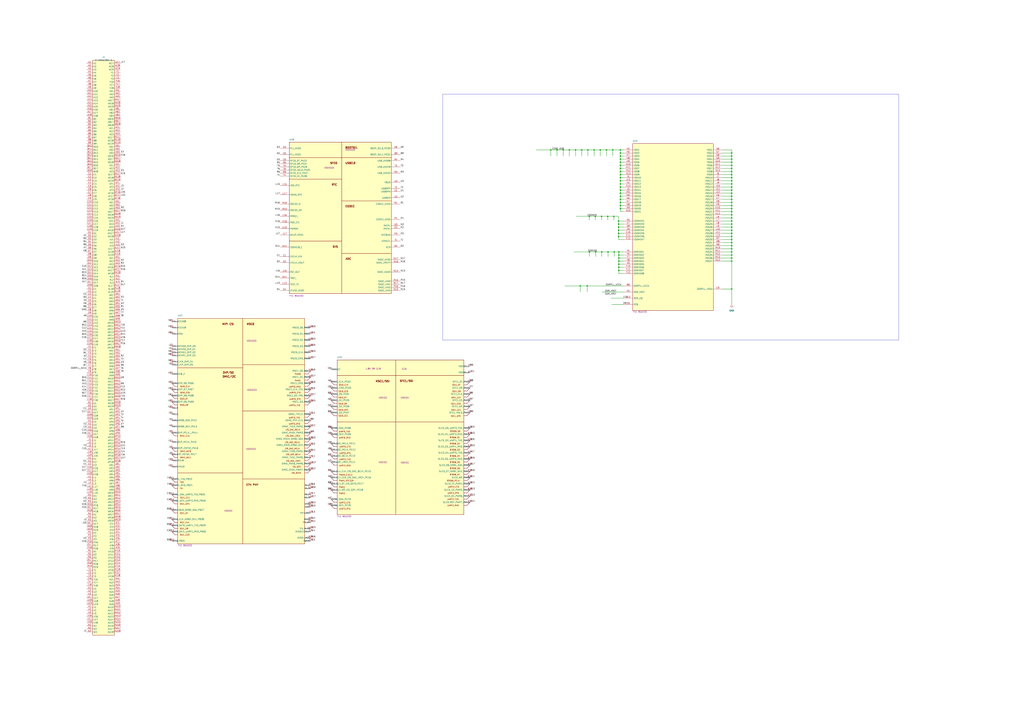
<source format=kicad_sch>
(kicad_sch (version 20230121) (generator eeschema)
  (paper "A1")
  (lib_symbols
    (symbol "Library:2-5916783-5"
      (property "Reference" "J" (at 24.13 7.62 0))
      (property "Value" "2-5916783-5" (at 24.13 5.08 0))
      (symbol "2-5916783-5_1_1"
        (pin passive line (at 0 0 0) (length 5.08) (name "A1") (number "A1"))
        (pin passive line (at 0 -22.86 0) (length 5.08) (name "A10") (number "A10"))
        (pin passive line (at 0 -25.4 0) (length 5.08) (name "A11") (number "A11"))
        (pin passive line (at 0 -27.94 0) (length 5.08) (name "A12") (number "A12"))
        (pin passive line (at 0 -30.48 0) (length 5.08) (name "A13") (number "A13"))
        (pin passive line (at 0 -33.02 0) (length 5.08) (name "A14") (number "A14"))
        (pin passive line (at 0 -35.56 0) (length 5.08) (name "A15") (number "A15"))
        (pin passive line (at 0 -38.1 0) (length 5.08) (name "A16") (number "A16"))
        (pin passive line (at 0 -40.64 0) (length 5.08) (name "A17") (number "A17"))
        (pin passive line (at 0 -43.18 0) (length 5.08) (name "A18") (number "A18"))
        (pin passive line (at 0 -2.54 0) (length 5.08) (name "A2") (number "A2"))
        (pin passive line (at 0 -5.08 0) (length 5.08) (name "A3") (number "A3"))
        (pin passive line (at 0 -7.62 0) (length 5.08) (name "A4") (number "A4"))
        (pin passive line (at 0 -10.16 0) (length 5.08) (name "A5") (number "A5"))
        (pin passive line (at 0 -12.7 0) (length 5.08) (name "A6") (number "A6"))
        (pin passive line (at 0 -15.24 0) (length 5.08) (name "A7") (number "A7"))
        (pin passive line (at 0 -17.78 0) (length 5.08) (name "A8") (number "A8"))
        (pin passive line (at 0 -20.32 0) (length 5.08) (name "A9") (number "A9"))
        (pin passive line (at 27.94 -22.86 180) (length 5.08) (name "AA1") (number "AA1"))
        (pin passive line (at 27.94 -30.48 180) (length 5.08) (name "AA17") (number "AA17"))
        (pin passive line (at 27.94 -33.02 180) (length 5.08) (name "AA18") (number "AA18"))
        (pin passive line (at 27.94 -35.56 180) (length 5.08) (name "AA19") (number "AA19"))
        (pin passive line (at 27.94 -25.4 180) (length 5.08) (name "AA2") (number "AA2"))
        (pin passive line (at 27.94 -27.94 180) (length 5.08) (name "AA3") (number "AA3"))
        (pin passive line (at 27.94 -38.1 180) (length 5.08) (name "AB1") (number "AB1"))
        (pin passive line (at 27.94 -45.72 180) (length 5.08) (name "AB16") (number "AB16"))
        (pin passive line (at 27.94 -48.26 180) (length 5.08) (name "AB17") (number "AB17"))
        (pin passive line (at 27.94 -50.8 180) (length 5.08) (name "AB18") (number "AB18"))
        (pin passive line (at 27.94 -40.64 180) (length 5.08) (name "AB2") (number "AB2"))
        (pin passive line (at 27.94 -43.18 180) (length 5.08) (name "AB3") (number "AB3"))
        (pin passive line (at 27.94 -53.34 180) (length 5.08) (name "AC1") (number "AC1"))
        (pin passive line (at 27.94 -60.96 180) (length 5.08) (name "AC17") (number "AC17"))
        (pin passive line (at 27.94 -63.5 180) (length 5.08) (name "AC18") (number "AC18"))
        (pin passive line (at 27.94 -66.04 180) (length 5.08) (name "AC19") (number "AC19"))
        (pin passive line (at 27.94 -55.88 180) (length 5.08) (name "AC2") (number "AC2"))
        (pin passive line (at 27.94 -58.42 180) (length 5.08) (name "AC3") (number "AC3"))
        (pin passive line (at 27.94 -68.58 180) (length 5.08) (name "AD1") (number "AD1"))
        (pin passive line (at 27.94 -76.2 180) (length 5.08) (name "AD16") (number "AD16"))
        (pin passive line (at 27.94 -78.74 180) (length 5.08) (name "AD17") (number "AD17"))
        (pin passive line (at 27.94 -81.28 180) (length 5.08) (name "AD18") (number "AD18"))
        (pin passive line (at 27.94 -71.12 180) (length 5.08) (name "AD2") (number "AD2"))
        (pin passive line (at 27.94 -73.66 180) (length 5.08) (name "AD3") (number "AD3"))
        (pin passive line (at 27.94 -83.82 180) (length 5.08) (name "AE1") (number "AE1"))
        (pin passive line (at 27.94 -91.44 180) (length 5.08) (name "AE17") (number "AE17"))
        (pin passive line (at 27.94 -93.98 180) (length 5.08) (name "AE18") (number "AE18"))
        (pin passive line (at 27.94 -96.52 180) (length 5.08) (name "AE19") (number "AE19"))
        (pin passive line (at 27.94 -86.36 180) (length 5.08) (name "AE2") (number "AE2"))
        (pin passive line (at 27.94 -88.9 180) (length 5.08) (name "AE3") (number "AE3"))
        (pin passive line (at 27.94 -99.06 180) (length 5.08) (name "AF1") (number "AF1"))
        (pin passive line (at 27.94 -106.68 180) (length 5.08) (name "AF16") (number "AF16"))
        (pin passive line (at 27.94 -109.22 180) (length 5.08) (name "AF17") (number "AF17"))
        (pin passive line (at 27.94 -111.76 180) (length 5.08) (name "AF18") (number "AF18"))
        (pin passive line (at 27.94 -101.6 180) (length 5.08) (name "AF2") (number "AF2"))
        (pin passive line (at 27.94 -104.14 180) (length 5.08) (name "AF3") (number "AF3"))
        (pin passive line (at 27.94 -114.3 180) (length 5.08) (name "AG1") (number "AG1"))
        (pin passive line (at 27.94 -121.92 180) (length 5.08) (name "AG17") (number "AG17"))
        (pin passive line (at 27.94 -124.46 180) (length 5.08) (name "AG18") (number "AG18"))
        (pin passive line (at 27.94 -127 180) (length 5.08) (name "AG19") (number "AG19"))
        (pin passive line (at 27.94 -116.84 180) (length 5.08) (name "AG2") (number "AG2"))
        (pin passive line (at 27.94 -119.38 180) (length 5.08) (name "AG3") (number "AG3"))
        (pin passive line (at 27.94 -129.54 180) (length 5.08) (name "AH1") (number "AH1"))
        (pin passive line (at 27.94 -137.16 180) (length 5.08) (name "AH16") (number "AH16"))
        (pin passive line (at 27.94 -139.7 180) (length 5.08) (name "AH17") (number "AH17"))
        (pin passive line (at 27.94 -142.24 180) (length 5.08) (name "AH18") (number "AH18"))
        (pin passive line (at 27.94 -132.08 180) (length 5.08) (name "AH2") (number "AH2"))
        (pin passive line (at 27.94 -134.62 180) (length 5.08) (name "AH3") (number "AH3"))
        (pin passive line (at 27.94 -144.78 180) (length 5.08) (name "AJ1") (number "AJ1"))
        (pin passive line (at 27.94 -152.4 180) (length 5.08) (name "AJ17") (number "AJ17"))
        (pin passive line (at 27.94 -154.94 180) (length 5.08) (name "AJ18") (number "AJ18"))
        (pin passive line (at 27.94 -157.48 180) (length 5.08) (name "AJ19") (number "AJ19"))
        (pin passive line (at 27.94 -147.32 180) (length 5.08) (name "AJ2") (number "AJ2"))
        (pin passive line (at 27.94 -149.86 180) (length 5.08) (name "AJ3") (number "AJ3"))
        (pin passive line (at 27.94 -160.02 180) (length 5.08) (name "AK1") (number "AK1"))
        (pin passive line (at 27.94 -167.64 180) (length 5.08) (name "AK16") (number "AK16"))
        (pin passive line (at 27.94 -170.18 180) (length 5.08) (name "AK17") (number "AK17"))
        (pin passive line (at 27.94 -172.72 180) (length 5.08) (name "AK18") (number "AK18"))
        (pin passive line (at 27.94 -162.56 180) (length 5.08) (name "AK2") (number "AK2"))
        (pin passive line (at 27.94 -165.1 180) (length 5.08) (name "AK3") (number "AK3"))
        (pin passive line (at 27.94 -175.26 180) (length 5.08) (name "AL1") (number "AL1"))
        (pin passive line (at 27.94 -182.88 180) (length 5.08) (name "AL17") (number "AL17"))
        (pin passive line (at 27.94 -185.42 180) (length 5.08) (name "AL18") (number "AL18"))
        (pin passive line (at 27.94 -187.96 180) (length 5.08) (name "AL19") (number "AL19"))
        (pin passive line (at 27.94 -177.8 180) (length 5.08) (name "AL2") (number "AL2"))
        (pin passive line (at 27.94 -180.34 180) (length 5.08) (name "AL3") (number "AL3"))
        (pin passive line (at 27.94 -190.5 180) (length 5.08) (name "AM1") (number "AM1"))
        (pin passive line (at 27.94 -213.36 180) (length 5.08) (name "AM10") (number "AM10"))
        (pin passive line (at 27.94 -215.9 180) (length 5.08) (name "AM11") (number "AM11"))
        (pin passive line (at 27.94 -218.44 180) (length 5.08) (name "AM12") (number "AM12"))
        (pin passive line (at 27.94 -220.98 180) (length 5.08) (name "AM13") (number "AM13"))
        (pin passive line (at 27.94 -223.52 180) (length 5.08) (name "AM14") (number "AM14"))
        (pin passive line (at 27.94 -226.06 180) (length 5.08) (name "AM15") (number "AM15"))
        (pin passive line (at 27.94 -228.6 180) (length 5.08) (name "AM16") (number "AM16"))
        (pin passive line (at 27.94 -231.14 180) (length 5.08) (name "AM17") (number "AM17"))
        (pin passive line (at 27.94 -233.68 180) (length 5.08) (name "AM18") (number "AM18"))
        (pin passive line (at 27.94 -193.04 180) (length 5.08) (name "AM2") (number "AM2"))
        (pin passive line (at 27.94 -195.58 180) (length 5.08) (name "AM3") (number "AM3"))
        (pin passive line (at 27.94 -198.12 180) (length 5.08) (name "AM4") (number "AM4"))
        (pin passive line (at 27.94 -200.66 180) (length 5.08) (name "AM5") (number "AM5"))
        (pin passive line (at 27.94 -203.2 180) (length 5.08) (name "AM6") (number "AM6"))
        (pin passive line (at 27.94 -205.74 180) (length 5.08) (name "AM7") (number "AM7"))
        (pin passive line (at 27.94 -208.28 180) (length 5.08) (name "AM8") (number "AM8"))
        (pin passive line (at 27.94 -210.82 180) (length 5.08) (name "AM9") (number "AM9"))
        (pin passive line (at 27.94 -236.22 180) (length 5.08) (name "AN1") (number "AN1"))
        (pin passive line (at 27.94 -259.08 180) (length 5.08) (name "AN10") (number "AN10"))
        (pin passive line (at 27.94 -261.62 180) (length 5.08) (name "AN11") (number "AN11"))
        (pin passive line (at 27.94 -264.16 180) (length 5.08) (name "AN12") (number "AN12"))
        (pin passive line (at 27.94 -266.7 180) (length 5.08) (name "AN13") (number "AN13"))
        (pin passive line (at 27.94 -269.24 180) (length 5.08) (name "AN14") (number "AN14"))
        (pin passive line (at 27.94 -271.78 180) (length 5.08) (name "AN15") (number "AN15"))
        (pin passive line (at 27.94 -274.32 180) (length 5.08) (name "AN16") (number "AN16"))
        (pin passive line (at 27.94 -276.86 180) (length 5.08) (name "AN17") (number "AN17"))
        (pin passive line (at 27.94 -279.4 180) (length 5.08) (name "AN18") (number "AN18"))
        (pin passive line (at 27.94 -281.94 180) (length 5.08) (name "AN19") (number "AN19"))
        (pin passive line (at 27.94 -238.76 180) (length 5.08) (name "AN2") (number "AN2"))
        (pin passive line (at 27.94 -241.3 180) (length 5.08) (name "AN3") (number "AN3"))
        (pin passive line (at 27.94 -243.84 180) (length 5.08) (name "AN4") (number "AN4"))
        (pin passive line (at 27.94 -246.38 180) (length 5.08) (name "AN5") (number "AN5"))
        (pin passive line (at 27.94 -248.92 180) (length 5.08) (name "AN6") (number "AN6"))
        (pin passive line (at 27.94 -251.46 180) (length 5.08) (name "AN7") (number "AN7"))
        (pin passive line (at 27.94 -254 180) (length 5.08) (name "AN8") (number "AN8"))
        (pin passive line (at 27.94 -256.54 180) (length 5.08) (name "AN9") (number "AN9"))
        (pin passive line (at 27.94 -284.48 180) (length 5.08) (name "AP1") (number "AP1"))
        (pin passive line (at 27.94 -307.34 180) (length 5.08) (name "AP10") (number "AP10"))
        (pin passive line (at 27.94 -309.88 180) (length 5.08) (name "AP11") (number "AP11"))
        (pin passive line (at 27.94 -312.42 180) (length 5.08) (name "AP12") (number "AP12"))
        (pin passive line (at 27.94 -314.96 180) (length 5.08) (name "AP13") (number "AP13"))
        (pin passive line (at 27.94 -317.5 180) (length 5.08) (name "AP14") (number "AP14"))
        (pin passive line (at 27.94 -320.04 180) (length 5.08) (name "AP15") (number "AP15"))
        (pin passive line (at 27.94 -322.58 180) (length 5.08) (name "AP16") (number "AP16"))
        (pin passive line (at 27.94 -325.12 180) (length 5.08) (name "AP17") (number "AP17"))
        (pin passive line (at 27.94 -327.66 180) (length 5.08) (name "AP18") (number "AP18"))
        (pin passive line (at 27.94 -287.02 180) (length 5.08) (name "AP2") (number "AP2"))
        (pin passive line (at 27.94 -289.56 180) (length 5.08) (name "AP3") (number "AP3"))
        (pin passive line (at 27.94 -292.1 180) (length 5.08) (name "AP4") (number "AP4"))
        (pin passive line (at 27.94 -294.64 180) (length 5.08) (name "AP5") (number "AP5"))
        (pin passive line (at 27.94 -297.18 180) (length 5.08) (name "AP6") (number "AP6"))
        (pin passive line (at 27.94 -299.72 180) (length 5.08) (name "AP7") (number "AP7"))
        (pin passive line (at 27.94 -302.26 180) (length 5.08) (name "AP8") (number "AP8"))
        (pin passive line (at 27.94 -304.8 180) (length 5.08) (name "AP9") (number "AP9"))
        (pin passive line (at 27.94 -330.2 180) (length 5.08) (name "AR1") (number "AR1"))
        (pin passive line (at 27.94 -353.06 180) (length 5.08) (name "AR10") (number "AR10"))
        (pin passive line (at 27.94 -355.6 180) (length 5.08) (name "AR11") (number "AR11"))
        (pin passive line (at 27.94 -358.14 180) (length 5.08) (name "AR12") (number "AR12"))
        (pin passive line (at 27.94 -360.68 180) (length 5.08) (name "AR13") (number "AR13"))
        (pin passive line (at 27.94 -363.22 180) (length 5.08) (name "AR14") (number "AR14"))
        (pin passive line (at 27.94 -365.76 180) (length 5.08) (name "AR15") (number "AR15"))
        (pin passive line (at 27.94 -368.3 180) (length 5.08) (name "AR16") (number "AR16"))
        (pin passive line (at 27.94 -370.84 180) (length 5.08) (name "AR17") (number "AR17"))
        (pin passive line (at 27.94 -373.38 180) (length 5.08) (name "AR18") (number "AR18"))
        (pin passive line (at 27.94 -375.92 180) (length 5.08) (name "AR19") (number "AR19"))
        (pin passive line (at 27.94 -332.74 180) (length 5.08) (name "AR2") (number "AR2"))
        (pin passive line (at 27.94 -335.28 180) (length 5.08) (name "AR3") (number "AR3"))
        (pin passive line (at 27.94 -337.82 180) (length 5.08) (name "AR4") (number "AR4"))
        (pin passive line (at 27.94 -340.36 180) (length 5.08) (name "AR5") (number "AR5"))
        (pin passive line (at 27.94 -342.9 180) (length 5.08) (name "AR6") (number "AR6"))
        (pin passive line (at 27.94 -345.44 180) (length 5.08) (name "AR7") (number "AR7"))
        (pin passive line (at 27.94 -347.98 180) (length 5.08) (name "AR8") (number "AR8"))
        (pin passive line (at 27.94 -350.52 180) (length 5.08) (name "AR9") (number "AR9"))
        (pin passive line (at 27.94 -378.46 180) (length 5.08) (name "AT1") (number "AT1"))
        (pin passive line (at 27.94 -401.32 180) (length 5.08) (name "AT10") (number "AT10"))
        (pin passive line (at 27.94 -403.86 180) (length 5.08) (name "AT11") (number "AT11"))
        (pin passive line (at 27.94 -406.4 180) (length 5.08) (name "AT12") (number "AT12"))
        (pin passive line (at 27.94 -408.94 180) (length 5.08) (name "AT13") (number "AT13"))
        (pin passive line (at 27.94 -411.48 180) (length 5.08) (name "AT14") (number "AT14"))
        (pin passive line (at 27.94 -414.02 180) (length 5.08) (name "AT15") (number "AT15"))
        (pin passive line (at 27.94 -416.56 180) (length 5.08) (name "AT16") (number "AT16"))
        (pin passive line (at 27.94 -419.1 180) (length 5.08) (name "AT17") (number "AT17"))
        (pin passive line (at 27.94 -421.64 180) (length 5.08) (name "AT18") (number "AT18"))
        (pin passive line (at 27.94 -381 180) (length 5.08) (name "AT2") (number "AT2"))
        (pin passive line (at 27.94 -383.54 180) (length 5.08) (name "AT3") (number "AT3"))
        (pin passive line (at 27.94 -386.08 180) (length 5.08) (name "AT4") (number "AT4"))
        (pin passive line (at 27.94 -388.62 180) (length 5.08) (name "AT5") (number "AT5"))
        (pin passive line (at 27.94 -391.16 180) (length 5.08) (name "AT6") (number "AT6"))
        (pin passive line (at 27.94 -393.7 180) (length 5.08) (name "AT7") (number "AT7"))
        (pin passive line (at 27.94 -396.24 180) (length 5.08) (name "AT8") (number "AT8"))
        (pin passive line (at 27.94 -398.78 180) (length 5.08) (name "AT9") (number "AT9"))
        (pin passive line (at 27.94 -424.18 180) (length 5.08) (name "AU1") (number "AU1"))
        (pin passive line (at 27.94 -447.04 180) (length 5.08) (name "AU10") (number "AU10"))
        (pin passive line (at 27.94 -449.58 180) (length 5.08) (name "AU11") (number "AU11"))
        (pin passive line (at 27.94 -452.12 180) (length 5.08) (name "AU12") (number "AU12"))
        (pin passive line (at 27.94 -454.66 180) (length 5.08) (name "AU13") (number "AU13"))
        (pin passive line (at 27.94 -457.2 180) (length 5.08) (name "AU14") (number "AU14"))
        (pin passive line (at 27.94 -459.74 180) (length 5.08) (name "AU15") (number "AU15"))
        (pin passive line (at 27.94 -462.28 180) (length 5.08) (name "AU16") (number "AU16"))
        (pin passive line (at 27.94 -464.82 180) (length 5.08) (name "AU17") (number "AU17"))
        (pin passive line (at 27.94 -467.36 180) (length 5.08) (name "AU18") (number "AU18"))
        (pin passive line (at 27.94 -426.72 180) (length 5.08) (name "AU2") (number "AU2"))
        (pin passive line (at 27.94 -429.26 180) (length 5.08) (name "AU3") (number "AU3"))
        (pin passive line (at 27.94 -431.8 180) (length 5.08) (name "AU4") (number "AU4"))
        (pin passive line (at 27.94 -434.34 180) (length 5.08) (name "AU5") (number "AU5"))
        (pin passive line (at 27.94 -436.88 180) (length 5.08) (name "AU6") (number "AU6"))
        (pin passive line (at 27.94 -439.42 180) (length 5.08) (name "AU7") (number "AU7"))
        (pin passive line (at 27.94 -441.96 180) (length 5.08) (name "AU8") (number "AU8"))
        (pin passive line (at 27.94 -444.5 180) (length 5.08) (name "AU9") (number "AU9"))
        (pin passive line (at 0 -45.72 0) (length 5.08) (name "B1") (number "B1"))
        (pin passive line (at 0 -68.58 0) (length 5.08) (name "B10") (number "B10"))
        (pin passive line (at 0 -71.12 0) (length 5.08) (name "B11") (number "B11"))
        (pin passive line (at 0 -73.66 0) (length 5.08) (name "B12") (number "B12"))
        (pin passive line (at 0 -76.2 0) (length 5.08) (name "B13") (number "B13"))
        (pin passive line (at 0 -78.74 0) (length 5.08) (name "B14") (number "B14"))
        (pin passive line (at 0 -81.28 0) (length 5.08) (name "B15") (number "B15"))
        (pin passive line (at 0 -83.82 0) (length 5.08) (name "B16") (number "B16"))
        (pin passive line (at 0 -86.36 0) (length 5.08) (name "B17") (number "B17"))
        (pin passive line (at 0 -88.9 0) (length 5.08) (name "B18") (number "B18"))
        (pin passive line (at 0 -48.26 0) (length 5.08) (name "B2") (number "B2"))
        (pin passive line (at 0 -50.8 0) (length 5.08) (name "B3") (number "B3"))
        (pin passive line (at 0 -53.34 0) (length 5.08) (name "B4") (number "B4"))
        (pin passive line (at 0 -55.88 0) (length 5.08) (name "B5") (number "B5"))
        (pin passive line (at 0 -58.42 0) (length 5.08) (name "B6") (number "B6"))
        (pin passive line (at 0 -60.96 0) (length 5.08) (name "B7") (number "B7"))
        (pin passive line (at 0 -63.5 0) (length 5.08) (name "B8") (number "B8"))
        (pin passive line (at 0 -66.04 0) (length 5.08) (name "B9") (number "B9"))
        (pin passive line (at 0 -91.44 0) (length 5.08) (name "C1") (number "C1"))
        (pin passive line (at 0 -114.3 0) (length 5.08) (name "C10") (number "C10"))
        (pin passive line (at 0 -116.84 0) (length 5.08) (name "C11") (number "C11"))
        (pin passive line (at 0 -119.38 0) (length 5.08) (name "C12") (number "C12"))
        (pin passive line (at 0 -121.92 0) (length 5.08) (name "C13") (number "C13"))
        (pin passive line (at 0 -124.46 0) (length 5.08) (name "C14") (number "C14"))
        (pin passive line (at 0 -127 0) (length 5.08) (name "C15") (number "C15"))
        (pin passive line (at 0 -129.54 0) (length 5.08) (name "C16") (number "C16"))
        (pin passive line (at 0 -132.08 0) (length 5.08) (name "C17") (number "C17"))
        (pin passive line (at 0 -134.62 0) (length 5.08) (name "C18") (number "C18"))
        (pin passive line (at 0 -137.16 0) (length 5.08) (name "C19") (number "C19"))
        (pin passive line (at 0 -93.98 0) (length 5.08) (name "C2") (number "C2"))
        (pin passive line (at 0 -96.52 0) (length 5.08) (name "C3") (number "C3"))
        (pin passive line (at 0 -99.06 0) (length 5.08) (name "C4") (number "C4"))
        (pin passive line (at 0 -101.6 0) (length 5.08) (name "C5") (number "C5"))
        (pin passive line (at 0 -104.14 0) (length 5.08) (name "C6") (number "C6"))
        (pin passive line (at 0 -106.68 0) (length 5.08) (name "C7") (number "C7"))
        (pin passive line (at 0 -109.22 0) (length 5.08) (name "C8") (number "C8"))
        (pin passive line (at 0 -111.76 0) (length 5.08) (name "C9") (number "C9"))
        (pin passive line (at 0 -139.7 0) (length 5.08) (name "D1") (number "D1"))
        (pin passive line (at 0 -162.56 0) (length 5.08) (name "D10") (number "D10"))
        (pin passive line (at 0 -165.1 0) (length 5.08) (name "D11") (number "D11"))
        (pin passive line (at 0 -167.64 0) (length 5.08) (name "D12") (number "D12"))
        (pin passive line (at 0 -170.18 0) (length 5.08) (name "D13") (number "D13"))
        (pin passive line (at 0 -172.72 0) (length 5.08) (name "D14") (number "D14"))
        (pin passive line (at 0 -175.26 0) (length 5.08) (name "D15") (number "D15"))
        (pin passive line (at 0 -177.8 0) (length 5.08) (name "D16") (number "D16"))
        (pin passive line (at 0 -180.34 0) (length 5.08) (name "D17") (number "D17"))
        (pin passive line (at 0 -182.88 0) (length 5.08) (name "D18") (number "D18"))
        (pin passive line (at 0 -142.24 0) (length 5.08) (name "D2") (number "D2"))
        (pin passive line (at 0 -144.78 0) (length 5.08) (name "D3") (number "D3"))
        (pin passive line (at 0 -147.32 0) (length 5.08) (name "D4") (number "D4"))
        (pin passive line (at 0 -149.86 0) (length 5.08) (name "D5") (number "D5"))
        (pin passive line (at 0 -152.4 0) (length 5.08) (name "D6") (number "D6"))
        (pin passive line (at 0 -154.94 0) (length 5.08) (name "D7") (number "D7"))
        (pin passive line (at 0 -157.48 0) (length 5.08) (name "D8") (number "D8"))
        (pin passive line (at 0 -160.02 0) (length 5.08) (name "D9") (number "D9"))
        (pin passive line (at 0 -185.42 0) (length 5.08) (name "E1") (number "E1"))
        (pin passive line (at 0 -208.28 0) (length 5.08) (name "E10") (number "E10"))
        (pin passive line (at 0 -210.82 0) (length 5.08) (name "E11") (number "E11"))
        (pin passive line (at 0 -213.36 0) (length 5.08) (name "E12") (number "E12"))
        (pin passive line (at 0 -215.9 0) (length 5.08) (name "E13") (number "E13"))
        (pin passive line (at 0 -218.44 0) (length 5.08) (name "E14") (number "E14"))
        (pin passive line (at 0 -220.98 0) (length 5.08) (name "E15") (number "E15"))
        (pin passive line (at 0 -223.52 0) (length 5.08) (name "E16") (number "E16"))
        (pin passive line (at 0 -226.06 0) (length 5.08) (name "E17") (number "E17"))
        (pin passive line (at 0 -228.6 0) (length 5.08) (name "E18") (number "E18"))
        (pin passive line (at 0 -231.14 0) (length 5.08) (name "E19") (number "E19"))
        (pin passive line (at 0 -187.96 0) (length 5.08) (name "E2") (number "E2"))
        (pin passive line (at 0 -190.5 0) (length 5.08) (name "E3") (number "E3"))
        (pin passive line (at 0 -193.04 0) (length 5.08) (name "E4") (number "E4"))
        (pin passive line (at 0 -195.58 0) (length 5.08) (name "E5") (number "E5"))
        (pin passive line (at 0 -198.12 0) (length 5.08) (name "E6") (number "E6"))
        (pin passive line (at 0 -200.66 0) (length 5.08) (name "E7") (number "E7"))
        (pin passive line (at 0 -203.2 0) (length 5.08) (name "E8") (number "E8"))
        (pin passive line (at 0 -205.74 0) (length 5.08) (name "E9") (number "E9"))
        (pin passive line (at 0 -233.68 0) (length 5.08) (name "F1") (number "F1"))
        (pin passive line (at 0 -256.54 0) (length 5.08) (name "F10") (number "F10"))
        (pin passive line (at 0 -259.08 0) (length 5.08) (name "F11") (number "F11"))
        (pin passive line (at 0 -261.62 0) (length 5.08) (name "F12") (number "F12"))
        (pin passive line (at 0 -264.16 0) (length 5.08) (name "F13") (number "F13"))
        (pin passive line (at 0 -266.7 0) (length 5.08) (name "F14") (number "F14"))
        (pin passive line (at 0 -269.24 0) (length 5.08) (name "F15") (number "F15"))
        (pin passive line (at 0 -271.78 0) (length 5.08) (name "F16") (number "F16"))
        (pin passive line (at 0 -274.32 0) (length 5.08) (name "F17") (number "F17"))
        (pin passive line (at 0 -276.86 0) (length 5.08) (name "F18") (number "F18"))
        (pin passive line (at 0 -236.22 0) (length 5.08) (name "F2") (number "F2"))
        (pin passive line (at 0 -238.76 0) (length 5.08) (name "F3") (number "F3"))
        (pin passive line (at 0 -241.3 0) (length 5.08) (name "F4") (number "F4"))
        (pin passive line (at 0 -243.84 0) (length 5.08) (name "F5") (number "F5"))
        (pin passive line (at 0 -246.38 0) (length 5.08) (name "F6") (number "F6"))
        (pin passive line (at 0 -248.92 0) (length 5.08) (name "F7") (number "F7"))
        (pin passive line (at 0 -251.46 0) (length 5.08) (name "F8") (number "F8"))
        (pin passive line (at 0 -254 0) (length 5.08) (name "F9") (number "F9"))
        (pin passive line (at 0 -279.4 0) (length 5.08) (name "G1") (number "G1"))
        (pin passive line (at 0 -287.02 0) (length 5.08) (name "G17") (number "G17"))
        (pin passive line (at 0 -289.56 0) (length 5.08) (name "G18") (number "G18"))
        (pin passive line (at 0 -292.1 0) (length 5.08) (name "G19") (number "G19"))
        (pin passive line (at 0 -281.94 0) (length 5.08) (name "G2") (number "G2"))
        (pin passive line (at 0 -284.48 0) (length 5.08) (name "G3") (number "G3"))
        (pin passive line (at 0 -294.64 0) (length 5.08) (name "H1") (number "H1"))
        (pin passive line (at 0 -302.26 0) (length 5.08) (name "H16") (number "H16"))
        (pin passive line (at 0 -304.8 0) (length 5.08) (name "H17") (number "H17"))
        (pin passive line (at 0 -307.34 0) (length 5.08) (name "H18") (number "H18"))
        (pin passive line (at 0 -297.18 0) (length 5.08) (name "H2") (number "H2"))
        (pin passive line (at 0 -299.72 0) (length 5.08) (name "H3") (number "H3"))
        (pin passive line (at 0 -309.88 0) (length 5.08) (name "J1") (number "J1"))
        (pin passive line (at 0 -317.5 0) (length 5.08) (name "J17") (number "J17"))
        (pin passive line (at 0 -320.04 0) (length 5.08) (name "J18") (number "J18"))
        (pin passive line (at 0 -322.58 0) (length 5.08) (name "J19") (number "J19"))
        (pin passive line (at 0 -312.42 0) (length 5.08) (name "J2") (number "J2"))
        (pin passive line (at 0 -314.96 0) (length 5.08) (name "J3") (number "J3"))
        (pin passive line (at 0 -325.12 0) (length 5.08) (name "K1") (number "K1"))
        (pin passive line (at 0 -332.74 0) (length 5.08) (name "K16") (number "K16"))
        (pin passive line (at 0 -335.28 0) (length 5.08) (name "K17") (number "K17"))
        (pin passive line (at 0 -337.82 0) (length 5.08) (name "K18") (number "K18"))
        (pin passive line (at 0 -327.66 0) (length 5.08) (name "K2") (number "K2"))
        (pin passive line (at 0 -330.2 0) (length 5.08) (name "K3") (number "K3"))
        (pin passive line (at 0 -340.36 0) (length 5.08) (name "L1") (number "L1"))
        (pin passive line (at 0 -347.98 0) (length 5.08) (name "L17") (number "L17"))
        (pin passive line (at 0 -350.52 0) (length 5.08) (name "L18") (number "L18"))
        (pin passive line (at 0 -353.06 0) (length 5.08) (name "L19") (number "L19"))
        (pin passive line (at 0 -342.9 0) (length 5.08) (name "L2") (number "L2"))
        (pin passive line (at 0 -345.44 0) (length 5.08) (name "L3") (number "L3"))
        (pin passive line (at 0 -355.6 0) (length 5.08) (name "M1") (number "M1"))
        (pin passive line (at 0 -363.22 0) (length 5.08) (name "M16") (number "M16"))
        (pin passive line (at 0 -365.76 0) (length 5.08) (name "M17") (number "M17"))
        (pin passive line (at 0 -368.3 0) (length 5.08) (name "M18") (number "M18"))
        (pin passive line (at 0 -358.14 0) (length 5.08) (name "M2") (number "M2"))
        (pin passive line (at 0 -360.68 0) (length 5.08) (name "M3") (number "M3"))
        (pin passive line (at 0 -370.84 0) (length 5.08) (name "N1") (number "N1"))
        (pin passive line (at 0 -378.46 0) (length 5.08) (name "N17") (number "N17"))
        (pin passive line (at 0 -381 0) (length 5.08) (name "N18") (number "N18"))
        (pin passive line (at 0 -383.54 0) (length 5.08) (name "N19") (number "N19"))
        (pin passive line (at 0 -373.38 0) (length 5.08) (name "N2") (number "N2"))
        (pin passive line (at 0 -375.92 0) (length 5.08) (name "N3") (number "N3"))
        (pin passive line (at 0 -386.08 0) (length 5.08) (name "P1") (number "P1"))
        (pin passive line (at 0 -393.7 0) (length 5.08) (name "P16") (number "P16"))
        (pin passive line (at 0 -396.24 0) (length 5.08) (name "P17") (number "P17"))
        (pin passive line (at 0 -398.78 0) (length 5.08) (name "P18") (number "P18"))
        (pin passive line (at 0 -388.62 0) (length 5.08) (name "P2") (number "P2"))
        (pin passive line (at 0 -391.16 0) (length 5.08) (name "P3") (number "P3"))
        (pin passive line (at 0 -401.32 0) (length 5.08) (name "R1") (number "R1"))
        (pin passive line (at 0 -408.94 0) (length 5.08) (name "R17") (number "R17"))
        (pin passive line (at 0 -411.48 0) (length 5.08) (name "R18") (number "R18"))
        (pin passive line (at 0 -414.02 0) (length 5.08) (name "R19") (number "R19"))
        (pin passive line (at 0 -403.86 0) (length 5.08) (name "R2") (number "R2"))
        (pin passive line (at 0 -406.4 0) (length 5.08) (name "R3") (number "R3"))
        (pin passive line (at 0 -416.56 0) (length 5.08) (name "T1") (number "T1"))
        (pin passive line (at 0 -424.18 0) (length 5.08) (name "T16") (number "T16"))
        (pin passive line (at 0 -426.72 0) (length 5.08) (name "T17") (number "T17"))
        (pin passive line (at 0 -429.26 0) (length 5.08) (name "T18") (number "T18"))
        (pin passive line (at 0 -419.1 0) (length 5.08) (name "T2") (number "T2"))
        (pin passive line (at 0 -421.64 0) (length 5.08) (name "T3") (number "T3"))
        (pin passive line (at 0 -431.8 0) (length 5.08) (name "U1") (number "U1"))
        (pin passive line (at 0 -439.42 0) (length 5.08) (name "U17") (number "U17"))
        (pin passive line (at 0 -441.96 0) (length 5.08) (name "U18") (number "U18"))
        (pin passive line (at 0 -444.5 0) (length 5.08) (name "U19") (number "U19"))
        (pin passive line (at 0 -434.34 0) (length 5.08) (name "U2") (number "U2"))
        (pin passive line (at 0 -436.88 0) (length 5.08) (name "U3") (number "U3"))
        (pin passive line (at 0 -447.04 0) (length 5.08) (name "V1") (number "V1"))
        (pin passive line (at 0 -454.66 0) (length 5.08) (name "V16") (number "V16"))
        (pin passive line (at 0 -457.2 0) (length 5.08) (name "V17") (number "V17"))
        (pin passive line (at 0 -459.74 0) (length 5.08) (name "V18") (number "V18"))
        (pin passive line (at 0 -449.58 0) (length 5.08) (name "V2") (number "V2"))
        (pin passive line (at 0 -452.12 0) (length 5.08) (name "V3") (number "V3"))
        (pin passive line (at 0 -462.28 0) (length 5.08) (name "W1") (number "W1"))
        (pin passive line (at 27.94 0 180) (length 5.08) (name "W17") (number "W17"))
        (pin passive line (at 27.94 -2.54 180) (length 5.08) (name "W18") (number "W18"))
        (pin passive line (at 27.94 -5.08 180) (length 5.08) (name "W19") (number "W19"))
        (pin passive line (at 0 -464.82 0) (length 5.08) (name "W2") (number "W2"))
        (pin passive line (at 0 -467.36 0) (length 5.08) (name "W3") (number "W3"))
        (pin passive line (at 27.94 -7.62 180) (length 5.08) (name "Y1") (number "Y1"))
        (pin passive line (at 27.94 -15.24 180) (length 5.08) (name "Y16") (number "Y16"))
        (pin passive line (at 27.94 -17.78 180) (length 5.08) (name "Y17") (number "Y17"))
        (pin passive line (at 27.94 -20.32 180) (length 5.08) (name "Y18") (number "Y18"))
        (pin passive line (at 27.94 -10.16 180) (length 5.08) (name "Y2") (number "Y2"))
        (pin passive line (at 27.94 -12.7 180) (length 5.08) (name "Y3") (number "Y3"))
      )
    )
    (symbol "Library:root_0_T41_BGA232"
      (symbol "root_0_T41_BGA232_1_0"
        (pin passive line (at -7.62 -116.84 0) (length 7.62) (name "DDRPLL_VCCA") (number "B8"))
        (pin passive line (at 73.66 -119.38 180) (length 7.62) (name "DDRPLL_VSSA") (number "C9"))
        (pin passive line (at -7.62 -132.08 0) (length 7.62) (name "RZQ") (number "D9"))
        (pin passive line (at -7.62 -73.66 0) (length 7.62) (name "VDDMEM5") (number "E10"))
        (pin passive line (at -7.62 -76.2 0) (length 7.62) (name "VDDMEM6") (number "E11"))
        (pin passive line (at -7.62 -78.74 0) (length 7.62) (name "VDDMEM7") (number "E12"))
        (pin passive line (at -7.62 -121.92 0) (length 7.62) (name "DDR_VREF") (number "E5"))
        (pin passive line (at -7.62 -63.5 0) (length 7.62) (name "VDDMEM1") (number "E6"))
        (pin passive line (at -7.62 -66.04 0) (length 7.62) (name "VDDMEM2") (number "E7"))
        (pin passive line (at -7.62 -68.58 0) (length 7.62) (name "VDDMEM3") (number "E8"))
        (pin passive line (at -7.62 -71.12 0) (length 7.62) (name "VDDMEM4") (number "E9"))
        (pin passive line (at -7.62 -101.6 0) (length 7.62) (name "DDRVDD6") (number "F10"))
        (pin passive line (at -7.62 -104.14 0) (length 7.62) (name "DDRVDD7") (number "F11"))
        (pin passive line (at -7.62 -106.68 0) (length 7.62) (name "DDRVDD8") (number "F12"))
        (pin passive line (at -7.62 -127 0) (length 7.62) (name "DDR_ZQ") (number "F13"))
        (pin passive line (at -7.62 -88.9 0) (length 7.62) (name "DDRVDD1") (number "F5"))
        (pin passive line (at -7.62 -91.44 0) (length 7.62) (name "DDRVDD2") (number "F6"))
        (pin passive line (at -7.62 -93.98 0) (length 7.62) (name "DDRVDD3") (number "F7"))
        (pin passive line (at -7.62 -96.52 0) (length 7.62) (name "DDRVDD4") (number "F8"))
        (pin passive line (at -7.62 -99.06 0) (length 7.62) (name "DDRVDD5") (number "F9"))
        (pin passive line (at 73.66 -15.24 180) (length 7.62) (name "VSS5") (number "G10"))
        (pin passive line (at 73.66 -17.78 180) (length 7.62) (name "VSS6") (number "G11"))
        (pin passive line (at 73.66 -20.32 180) (length 7.62) (name "VSS7") (number "G12"))
        (pin passive line (at 73.66 -22.86 180) (length 7.62) (name "VSS8") (number "G13"))
        (pin passive line (at 73.66 -5.08 180) (length 7.62) (name "VSS1") (number "G6"))
        (pin passive line (at 73.66 -7.62 180) (length 7.62) (name "VSS2") (number "G7"))
        (pin passive line (at 73.66 -10.16 180) (length 7.62) (name "VSS3") (number "G8"))
        (pin passive line (at 73.66 -12.7 180) (length 7.62) (name "VSS4") (number "G9"))
        (pin passive line (at -7.62 -17.78 0) (length 7.62) (name "VDD6") (number "H10"))
        (pin passive line (at -7.62 -20.32 0) (length 7.62) (name "VDD7") (number "H11"))
        (pin passive line (at -7.62 -22.86 0) (length 7.62) (name "VDD8") (number "H12"))
        (pin passive line (at -7.62 -25.4 0) (length 7.62) (name "VDD9") (number "H13"))
        (pin passive line (at -7.62 -5.08 0) (length 7.62) (name "VDD1") (number "H5"))
        (pin passive line (at -7.62 -7.62 0) (length 7.62) (name "VDD2") (number "H6"))
        (pin passive line (at -7.62 -10.16 0) (length 7.62) (name "VDD3") (number "H7"))
        (pin passive line (at -7.62 -12.7 0) (length 7.62) (name "VDD4") (number "H8"))
        (pin passive line (at -7.62 -15.24 0) (length 7.62) (name "VDD5") (number "H9"))
        (pin passive line (at 73.66 -35.56 180) (length 7.62) (name "VSS13") (number "J10"))
        (pin passive line (at 73.66 -38.1 180) (length 7.62) (name "VSS14") (number "J11"))
        (pin passive line (at 73.66 -40.64 180) (length 7.62) (name "VSS15") (number "J12"))
        (pin passive line (at -7.62 -30.48 0) (length 7.62) (name "VDD11") (number "J13"))
        (pin passive line (at -7.62 -27.94 0) (length 7.62) (name "VDD10") (number "J5"))
        (pin passive line (at 73.66 -25.4 180) (length 7.62) (name "VSS9") (number "J6"))
        (pin passive line (at 73.66 -27.94 180) (length 7.62) (name "VSS10") (number "J7"))
        (pin passive line (at 73.66 -30.48 180) (length 7.62) (name "VSS11") (number "J8"))
        (pin passive line (at 73.66 -33.02 180) (length 7.62) (name "VSS12") (number "J9"))
        (pin passive line (at 73.66 -53.34 180) (length 7.62) (name "VSS20") (number "K10"))
        (pin passive line (at 73.66 -55.88 180) (length 7.62) (name "VSS21") (number "K11"))
        (pin passive line (at 73.66 -58.42 180) (length 7.62) (name "VSS22") (number "K12"))
        (pin passive line (at -7.62 -35.56 0) (length 7.62) (name "VDD13") (number "K13"))
        (pin passive line (at -7.62 -33.02 0) (length 7.62) (name "VDD12") (number "K5"))
        (pin passive line (at 73.66 -43.18 180) (length 7.62) (name "VSS16") (number "K6"))
        (pin passive line (at 73.66 -45.72 180) (length 7.62) (name "VSS17") (number "K7"))
        (pin passive line (at 73.66 -48.26 180) (length 7.62) (name "VSS18") (number "K8"))
        (pin passive line (at 73.66 -50.8 180) (length 7.62) (name "VSS19") (number "K9"))
        (pin passive line (at 73.66 -71.12 180) (length 7.62) (name "VSS27") (number "L10"))
        (pin passive line (at 73.66 -73.66 180) (length 7.62) (name "VSS28") (number "L11"))
        (pin passive line (at 73.66 -76.2 180) (length 7.62) (name "VSS29") (number "L12"))
        (pin passive line (at -7.62 -38.1 0) (length 7.62) (name "VDD14") (number "L5"))
        (pin passive line (at 73.66 -60.96 180) (length 7.62) (name "VSS23") (number "L6"))
        (pin passive line (at 73.66 -63.5 180) (length 7.62) (name "VSS24") (number "L7"))
        (pin passive line (at 73.66 -66.04 180) (length 7.62) (name "VSS25") (number "L8"))
        (pin passive line (at 73.66 -68.58 180) (length 7.62) (name "VSS26") (number "L9"))
        (pin passive line (at 73.66 -86.36 180) (length 7.62) (name "VSS33") (number "M10"))
        (pin passive line (at 73.66 -88.9 180) (length 7.62) (name "VSS34") (number "M11"))
        (pin passive line (at 73.66 -91.44 180) (length 7.62) (name "VSS35") (number "M12"))
        (pin passive line (at 73.66 -93.98 180) (length 7.62) (name "VSS36") (number "M13"))
        (pin passive line (at -7.62 -40.64 0) (length 7.62) (name "VDD15") (number "M5"))
        (pin passive line (at -7.62 -43.18 0) (length 7.62) (name "VDD16") (number "M6"))
        (pin passive line (at 73.66 -78.74 180) (length 7.62) (name "VSS30") (number "M7"))
        (pin passive line (at 73.66 -81.28 180) (length 7.62) (name "VSS31") (number "M8"))
        (pin passive line (at 73.66 -83.82 180) (length 7.62) (name "VSS32") (number "M9"))
        (pin passive line (at -7.62 -55.88 0) (length 7.62) (name "VDD21") (number "N10"))
        (pin passive line (at 73.66 -96.52 180) (length 7.62) (name "VSS37") (number "N12"))
        (pin passive line (at -7.62 -45.72 0) (length 7.62) (name "VDD17") (number "N6"))
        (pin passive line (at -7.62 -48.26 0) (length 7.62) (name "VDD18") (number "N7"))
        (pin passive line (at -7.62 -50.8 0) (length 7.62) (name "VDD19") (number "N8"))
        (pin passive line (at -7.62 -53.34 0) (length 7.62) (name "VDD20") (number "N9"))
      )
      (symbol "root_0_T41_BGA232_2_0"
        (text "ADC" (at 46.228 -96.774 0) (effects (font (size 1.524 1.524) bold) (justify left bottom)))
        (text "BOOTSEL" (at 45.974 -5.334 0) (effects (font (size 1.524 1.524) bold) (justify left bottom)))
        (text "CODEC" (at 45.974 -53.594 0) (effects (font (size 1.524 1.524) bold) (justify left bottom)))
        (text "RTC" (at 34.798 -35.814 0) (effects (font (size 1.524 1.524) bold) (justify left bottom)))
        (text "SFC0" (at 33.528 -18.034 0) (effects (font (size 1.524 1.524) bold) (justify left bottom)))
        (text "SYS" (at 35.56 -86.868 0) (effects (font (size 1.524 1.524) bold) (justify left bottom)))
        (text "USB2.0" (at 45.974 -18.034 0) (effects (font (size 1.524 1.524) bold) (justify left bottom)))
        (pin passive line (at 91.44 -5.08 180) (length 7.62) (name "BOOT_SEL0_PC00") (number "A9"))
        (pin passive line (at 91.44 -10.16 180) (length 7.62) (name "BOOT_SEL1_PC01") (number "B9"))
        (pin passive line (at -7.62 -93.98 0) (length 7.62) (name "EXCLK_XIN") (number "C1"))
        (pin passive line (at -7.62 -111.76 0) (length 7.62) (name "TRST_") (number "D14"))
        (pin passive line (at -7.62 -99.06 0) (length 7.62) (name "EXCLK_XOUT") (number "D2"))
        (pin passive line (at -7.62 -5.08 0) (length 7.62) (name "PLL_AVDD") (number "D3"))
        (pin passive line (at -7.62 -121.92 0) (length 7.62) (name "EFUSE_AVDD") (number "D4"))
        (pin passive line (at -7.62 -10.16 0) (length 7.62) (name "PLL_AVSS") (number "G5"))
        (pin passive line (at -7.62 -106.68 0) (length 7.62) (name "RST_OUT") (number "J16"))
        (pin passive line (at -7.62 -76.2 0) (length 7.62) (name "WKUP_PD31") (number "J17"))
        (pin passive line (at -7.62 -71.12 0) (length 7.62) (name "PWRON") (number "K15"))
        (pin passive line (at -7.62 -66.04 0) (length 7.62) (name "POR_CTL") (number "K16"))
        (pin passive line (at -7.62 -116.84 0) (length 7.62) (name "TEST_TE") (number "L13"))
        (pin passive line (at -7.62 -35.56 0) (length 7.62) (name "VDD_RTC") (number "L15"))
        (pin passive line (at -7.62 -60.96 0) (length 7.62) (name "PPRST_") (number "L16"))
        (pin passive line (at -7.62 -43.18 0) (length 7.62) (name "VDDIO_RTC") (number "L17"))
        (pin passive line (at -7.62 -55.88 0) (length 7.62) (name "OSC32_XO") (number "M15"))
        (pin passive line (at -7.62 -50.8 0) (length 7.62) (name "OSC32_XI") (number "M16"))
        (pin passive line (at -7.62 -86.36 0) (length 7.62) (name "VDDIO18_1") (number "N11"))
        (pin passive line (at 91.44 -106.68 180) (length 7.62) (name "SADC_AGND") (number "N13"))
        (pin passive line (at 91.44 -121.92 180) (length 7.62) (name "SADC_VIN3") (number "N15"))
        (pin passive line (at 91.44 -99.06 180) (length 7.62) (name "SADC_VREFP") (number "N16"))
        (pin passive line (at 91.44 -96.52 180) (length 7.62) (name "SADC_AVDD") (number "N17"))
        (pin passive line (at 91.44 -68.58 180) (length 7.62) (name "MICPL") (number "N3"))
        (pin passive line (at 91.44 -114.3 180) (length 7.62) (name "SADC_VIN0") (number "P15"))
        (pin passive line (at 91.44 -119.38 180) (length 7.62) (name "SADC_VIN2") (number "P16"))
        (pin passive line (at 91.44 -71.12 180) (length 7.62) (name "MICNL") (number "P2"))
        (pin passive line (at 91.44 -76.2 180) (length 7.62) (name "MICBIAS") (number "P3"))
        (pin passive line (at 91.44 -63.5 180) (length 7.62) (name "CODEC_AVSS") (number "P4"))
        (pin passive line (at 91.44 -50.8 180) (length 7.62) (name "CODEC_AVDD") (number "R1"))
        (pin passive line (at 91.44 -116.84 180) (length 7.62) (name "SADC_VIN1") (number "R17"))
        (pin passive line (at 91.44 -86.36 180) (length 7.62) (name "VCM") (number "R2"))
        (pin passive line (at 91.44 -25.4 180) (length 7.62) (name "USB_AVD33") (number "R3"))
        (pin passive line (at 91.44 -15.24 180) (length 7.62) (name "USB_AVD08") (number "R4"))
        (pin passive line (at -7.62 -17.78 0) (length 7.62) (name "SFC0_DR_PA24") (number "R5"))
        (pin passive line (at -7.62 -25.4 0) (length 7.62) (name "SFC0_CLK_PA27") (number "R6"))
        (pin passive line (at 91.44 -81.28 180) (length 7.62) (name "HPOUTL") (number "T1"))
        (pin passive line (at 91.44 -38.1 180) (length 7.62) (name "USB0PP") (number "T2"))
        (pin passive line (at 91.44 -20.32 180) (length 7.62) (name "USB_AVD18") (number "T3"))
        (pin passive line (at -7.62 -27.94 0) (length 7.62) (name "SFC0_CE_PA28") (number "T4"))
        (pin passive line (at -7.62 -20.32 0) (length 7.62) (name "SFC0_WP_PA26") (number "T5"))
        (pin passive line (at -7.62 -22.86 0) (length 7.62) (name "SFC0_HOLD_PA25") (number "T6"))
        (pin passive line (at 91.44 -40.64 180) (length 7.62) (name "USB0PN") (number "U1"))
        (pin passive line (at 91.44 -45.72 180) (length 7.62) (name "USB0ID") (number "U2"))
        (pin passive line (at 91.44 -33.02 180) (length 7.62) (name "VBUS") (number "U3"))
        (pin passive line (at -7.62 -15.24 0) (length 7.62) (name "SFC0_DT_PA23") (number "U5"))
      )
      (symbol "root_0_T41_BGA232_3_0"
        (text "DMIC/I2C" (at 41.656 -48.768 0) (effects (font (size 1.524 1.524) bold) (justify left bottom)))
        (text "DMIC_CLK" (at 6.604 -97.282 0) (effects (font (size 1.143 1.143)) (justify left bottom)))
        (text "DMIC_DAT0" (at 6.858 -109.982 0) (effects (font (size 1.143 1.143)) (justify left bottom)))
        (text "DMIC_DAT1" (at 6.858 -115.062 0) (effects (font (size 1.143 1.143)) (justify left bottom)))
        (text "DVP/SD" (at 41.91 -45.466 0) (effects (font (size 1.524 1.524) bold) (justify left bottom)))
        (text "ETH PHY" (at 61.214 -137.668 0) (effects (font (size 1.524 1.524) bold) (justify left bottom)))
        (text "I2S_ADC_BCLK" (at 93.726 -112.522 0) (effects (font (size 1.143 1.143)) (justify left bottom)))
        (text "I2S_ADC_LRCK" (at 93.726 -117.856 0) (effects (font (size 1.143 1.143)) (justify left bottom)))
        (text "I2S_ADC_MCLK" (at 92.964 -102.616 0) (effects (font (size 1.143 1.143)) (justify left bottom)))
        (text "I2S_DAC_BCLK" (at 93.472 -92.202 0) (effects (font (size 1.143 1.143)) (justify left bottom)))
        (text "I2S_DAC_LRCK" (at 93.472 -97.282 0) (effects (font (size 1.143 1.143)) (justify left bottom)))
        (text "I2S_DAC_MCLK" (at 92.964 -107.696 0) (effects (font (size 1.143 1.143)) (justify left bottom)))
        (text "I2S_SDTI" (at 99.06 -122.682 0) (effects (font (size 1.143 1.143)) (justify left bottom)))
        (text "I2S_SDTO" (at 98.298 -127.762 0) (effects (font (size 1.143 1.143)) (justify left bottom)))
        (text "MIPI CSI" (at 41.402 -5.588 0) (effects (font (size 1.524 1.524) bold) (justify left bottom)))
        (text "MSC0" (at 61.468 -5.588 0) (effects (font (size 1.524 1.524) bold) (justify left bottom)))
        (text "PWM0" (at 101.092 -46.482 0) (effects (font (size 1.143 1.143)) (justify left bottom)))
        (text "PWM1" (at 101.092 -51.816 0) (effects (font (size 1.143 1.143)) (justify left bottom)))
        (text "SSI0_CE0" (at 6.858 -61.722 0) (effects (font (size 1.143 1.143)) (justify left bottom)))
        (text "SSI0_CLK" (at 6.858 -56.642 0) (effects (font (size 1.143 1.143)) (justify left bottom)))
        (text "SSI0_DR" (at 6.604 -71.882 0) (effects (font (size 1.143 1.143)) (justify left bottom)))
        (text "SSI0_DT" (at 6.604 -66.802 0) (effects (font (size 1.143 1.143)) (justify left bottom)))
        (text "SSI1_CE0" (at 6.604 -178.562 0) (effects (font (size 1.143 1.143)) (justify left bottom)))
        (text "SSI1_CE1" (at 6.858 -148.082 0) (effects (font (size 1.143 1.143)) (justify left bottom)))
        (text "SSI1_CLK" (at 6.604 -168.402 0) (effects (font (size 1.143 1.143)) (justify left bottom)))
        (text "SSI1_DR" (at 6.604 -173.482 0) (effects (font (size 1.143 1.143)) (justify left bottom)))
        (text "SSI1_DT" (at 6.604 -160.782 0) (effects (font (size 1.143 1.143)) (justify left bottom)))
        (text "SSI1_GPC" (at 6.604 -153.162 0) (effects (font (size 1.143 1.143)) (justify left bottom)))
        (text "TDI" (at 6.604 -140.462 0) (effects (font (size 1.143 1.143)) (justify left bottom)))
        (text "TDO" (at 6.604 -135.382 0) (effects (font (size 1.143 1.143)) (justify left bottom)))
        (text "UART0_CTS" (at 96.52 -61.722 0) (effects (font (size 1.143 1.143)) (justify left bottom)))
        (text "UART0_RTS" (at 96.52 -67.056 0) (effects (font (size 1.143 1.143)) (justify left bottom)))
        (text "UART0_RXD" (at 96.266 -56.896 0) (effects (font (size 1.143 1.143)) (justify left bottom)))
        (text "UART0_TXD" (at 96.266 -72.136 0) (effects (font (size 1.143 1.143)) (justify left bottom)))
        (text "UART5_RXD" (at 96.012 -87.376 0) (effects (font (size 1.143 1.143)) (justify left bottom)))
        (text "UART5_TXD" (at 96.012 -82.296 0) (effects (font (size 1.143 1.143)) (justify left bottom)))
        (pin passive line (at 0 -165.1 0) (length 0) (name "DMIC_CLK_SMB2_SCK_PB28") (number "A11"))
        (pin passive line (at 0 -182.88 0) (length 0) (name "GPIO_PB31") (number "B10"))
        (pin passive line (at 0 -157.48 0) (length 0) (name "DRV_VBUS_SMB2_SDA_PB27") (number "B11"))
        (pin passive line (at 0 -170.18 0) (length 0) (name "DMIC_DAT0_UART4_TXD_PB29") (number "B12"))
        (pin passive line (at 0 -149.86 0) (length 0) (name "SMB1_SCK_UART3_RXD_PB26") (number "C10"))
        (pin passive line (at 0 -144.78 0) (length 0) (name "SMB1_SDA_UART3_TXD_PB25") (number "C11"))
        (pin passive line (at 0 -175.26 0) (length 0) (name "DMIC_DAT1_UART4_RXD_PB30") (number "C12"))
        (pin passive line (at 114.3 -63.5 180) (length 0) (name "MSC1_D2_TMS_PB21") (number "C17"))
        (pin passive line (at 114.3 -68.58 180) (length 0) (name "MSC1_D3_PB22") (number "D15"))
        (pin passive line (at 114.3 -53.34 180) (length 0) (name "MSC1_CMD_PB19") (number "D16"))
        (pin passive line (at 0 -101.6 0) (length 0) (name "SA1_DVP_MCLK_PA15") (number "E1"))
        (pin passive line (at 114.3 -58.42 180) (length 0) (name "MSC1_CLK_TCK_PB20") (number "E15"))
        (pin passive line (at 114.3 -43.18 180) (length 0) (name "MSC1_D0_PB17") (number "E16"))
        (pin passive line (at 114.3 -48.26 180) (length 0) (name "MSC1_D1_PB18") (number "E17"))
        (pin passive line (at 0 -121.92 0) (length 0) (name "WAIT_PA19") (number "E2"))
        (pin passive line (at 0 -116.84 0) (length 0) (name "SA2_PA18") (number "E3"))
        (pin passive line (at 0 -132.08 0) (length 0) (name "UART1_TXD_PB23") (number "F15"))
        (pin passive line (at 0 -137.16 0) (length 0) (name "UART1_RXD_PB24") (number "F16"))
        (pin passive line (at 0 -78.74 0) (length 0) (name "NC_2") (number "F2"))
        (pin passive line (at 0 -93.98 0) (length 0) (name "SA0_DVP_PCLK__PA14") (number "F3"))
        (pin passive line (at 0 -63.5 0) (length 0) (name "SD2_DVP_D8_PA08") (number "G1"))
        (pin passive line (at 114.3 -17.78 180) (length 0) (name "MSC0_D2_PB02") (number "G15"))
        (pin passive line (at 114.3 -22.86 180) (length 0) (name "MSC0_D3_PB03") (number "G16"))
        (pin passive line (at 114.3 -33.02 180) (length 0) (name "MSC0_CMD_PB05") (number "G17"))
        (pin passive line (at 0 -68.58 0) (length 0) (name "SD3_DVP_D9_PA09") (number "G2"))
        (pin passive line (at 0 -73.66 0) (length 0) (name "NC_1") (number "G3"))
        (pin passive line (at 114.3 -27.94 180) (length 0) (name "MSC0_CLK_PB04") (number "H15"))
        (pin passive line (at 114.3 -7.62 180) (length 0) (name "MSC0_D0_PB00") (number "H16"))
        (pin passive line (at 0 -53.34 0) (length 0) (name "SD0_DVP_D6_PA06") (number "H2"))
        (pin passive line (at 0 -58.42 0) (length 0) (name "SD1_DVP_D7_PA07") (number "H3"))
        (pin passive line (at 0 -83.82 0) (length 0) (name "SD6_SMB0_SDA_PA12") (number "J1"))
        (pin passive line (at 114.3 -12.7 180) (length 0) (name "MSC0_D1_PB01") (number "J15"))
        (pin passive line (at 0 -106.68 0) (length 0) (name "CS2_DVP_HSYNC_PA16") (number "J2"))
        (pin passive line (at 0 -111.76 0) (length 0) (name "RD_DVP_VSYNC_PA17") (number "J3"))
        (pin passive line (at 0 -88.9 0) (length 0) (name "SD7_SMB0_SCK_PA13") (number "J4"))
        (pin passive line (at 0 -45.72 0) (length 0) (name "VDDIO18_2") (number "K2"))
        (pin passive line (at 0 -7.62 0) (length 0) (name "CSI_VCCA18") (number "K3"))
        (pin passive line (at 0 -25.4 0) (length 0) (name "CSI_DATAP0_DVP_D1") (number "L1"))
        (pin passive line (at 0 -22.86 0) (length 0) (name "CSI_DATAN0_DVP_D0") (number "L2"))
        (pin passive line (at 0 -38.1 0) (length 0) (name "CSI_CLKP_DVP_D5") (number "L3"))
        (pin passive line (at 0 -35.56 0) (length 0) (name "CSI_CLKN_DVP_D4") (number "M2"))
        (pin passive line (at 0 -30.48 0) (length 0) (name "CSI_DATAP1_DVP_D3") (number "M3"))
        (pin passive line (at 0 -27.94 0) (length 0) (name "CSI_DATAN1_DVP_D2") (number "N1"))
        (pin passive line (at 0 -2.54 0) (length 0) (name "CSI_VCCA08") (number "N2"))
        (pin passive line (at 0 -12.7 0) (length 0) (name "CSI_VSSA") (number "N5"))
        (pin passive line (at 114.3 -167.64 180) (length 0) (name "RX_DV") (number "P14"))
        (pin passive line (at 114.3 -99.06 180) (length 0) (name "GMAC_MDCK_SMB2_SDA_PB10") (number "R10"))
        (pin passive line (at 114.3 -109.22 180) (length 0) (name "GMAC_TXD0_PWM4_PB13") (number "R11"))
        (pin passive line (at 114.3 -124.46 180) (length 0) (name "GMAC_RXD1_PWM7_PB16") (number "R12"))
        (pin passive line (at 114.3 -152.4 180) (length 0) (name "LED0") (number "R13"))
        (pin passive line (at 114.3 -165.1 180) (length 0) (name "RXD3") (number "R14"))
        (pin passive line (at 114.3 -154.94 180) (length 0) (name "LED1") (number "R15"))
        (pin passive line (at 114.3 -180.34 180) (length 0) (name "AVDDL_REG") (number "R16"))
        (pin passive line (at 114.3 -104.14 180) (length 0) (name "GMAC_MDIO_SMB2_SCK_PB11") (number "T10"))
        (pin passive line (at 114.3 -114.3 180) (length 0) (name "GMAC_TXD1_PWM5_PB14") (number "T11"))
        (pin passive line (at 114.3 -78.74 180) (length 0) (name "GMAC_TXCLK_PB06") (number "T12"))
        (pin passive line (at 114.3 -160.02 180) (length 0) (name "PHY_RST") (number "T13"))
        (pin passive line (at 114.3 -175.26 180) (length 0) (name "DVDD1V2OUT") (number "T14"))
        (pin passive line (at 114.3 -182.88 180) (length 0) (name "RBIAS") (number "T15"))
        (pin passive line (at 114.3 -137.16 180) (length 0) (name "TD_P") (number "T16"))
        (pin passive line (at 114.3 -144.78 180) (length 0) (name "RD_P") (number "T17"))
        (pin passive line (at 114.3 -83.82 180) (length 0) (name "GMAC_PHY_CLK_PB07") (number "T9"))
        (pin passive line (at 114.3 -88.9 180) (length 0) (name "GMAC_TXEN_PWM2_PB08") (number "U11"))
        (pin passive line (at 114.3 -119.38 180) (length 0) (name "GMAC_RXD0_PWM6_PB15") (number "U13"))
        (pin passive line (at 114.3 -172.72 180) (length 0) (name "EN_DLDO") (number "U15"))
        (pin passive line (at 114.3 -139.7 180) (length 0) (name "TD_N") (number "U16"))
        (pin passive line (at 114.3 -147.32 180) (length 0) (name "RD_N") (number "U17"))
        (pin passive line (at 114.3 -93.98 180) (length 0) (name "GMAC_RXDV_PWM3_PB09") (number "U9"))
      )
      (symbol "root_0_T41_BGA232_4_0"
        (text "BT656_D0" (at 97.79 -59.182 0) (effects (font (size 1.143 1.143)) (justify left bottom)))
        (text "BT656_D1" (at 97.536 -64.262 0) (effects (font (size 1.143 1.143)) (justify left bottom)))
        (text "BT656_D2" (at 97.536 -69.342 0) (effects (font (size 1.143 1.143)) (justify left bottom)))
        (text "BT656_D3" (at 97.536 -74.422 0) (effects (font (size 1.143 1.143)) (justify left bottom)))
        (text "BT656_D4" (at 97.536 -79.502 0) (effects (font (size 1.143 1.143)) (justify left bottom)))
        (text "BT656_D5" (at 97.536 -84.582 0) (effects (font (size 1.143 1.143)) (justify left bottom)))
        (text "BT656_D6" (at 97.536 -89.662 0) (effects (font (size 1.143 1.143)) (justify left bottom)))
        (text "BT656_D7" (at 97.536 -94.742 0) (effects (font (size 1.143 1.143)) (justify left bottom)))
        (text "BT656_PCLK" (at 95.25 -99.822 0) (effects (font (size 1.143 1.143)) (justify left bottom)))
        (text "MSC1/SSI" (at 36.576 -18.288 0) (effects (font (size 1.524 1.524) bold) (justify left bottom)))
        (text "PWM0_EXCLK" (at 6.604 -94.996 0) (effects (font (size 1.143 1.143)) (justify left bottom)))
        (text "PWM1_RTC32K" (at 6.604 -99.822 0) (effects (font (size 1.143 1.143)) (justify left bottom)))
        (text "PWM2" (at 6.604 -105.156 0) (effects (font (size 1.143 1.143)) (justify left bottom)))
        (text "PWM3" (at 6.604 -110.236 0) (effects (font (size 1.143 1.143)) (justify left bottom)))
        (text "SFC1/SSI" (at 56.388 -18.034 0) (effects (font (size 1.524 1.524) bold) (justify left bottom)))
        (text "SSI0_CE0" (at 6.096 -26.416 0) (effects (font (size 1.143 1.143)) (justify left bottom)))
        (text "SSI0_CE1" (at 6.096 -46.482 0) (effects (font (size 1.143 1.143)) (justify left bottom)))
        (text "SSI0_CLK" (at 6.35 -21.082 0) (effects (font (size 1.143 1.143)) (justify left bottom)))
        (text "SSI0_DR" (at 6.096 -36.576 0) (effects (font (size 1.143 1.143)) (justify left bottom)))
        (text "SSI0_DT" (at 6.096 -31.496 0) (effects (font (size 1.143 1.143)) (justify left bottom)))
        (text "SSI0_GPC" (at 6.096 -41.656 0) (effects (font (size 1.143 1.143)) (justify left bottom)))
        (text "SSI1_CE0" (at 98.552 -36.576 0) (effects (font (size 1.143 1.143)) (justify left bottom)))
        (text "SSI1_CE1" (at 98.806 -41.656 0) (effects (font (size 1.143 1.143)) (justify left bottom)))
        (text "SSI1_CLK" (at 98.806 -31.496 0) (effects (font (size 1.143 1.143)) (justify left bottom)))
        (text "SSI1_DR" (at 99.568 -26.416 0) (effects (font (size 1.143 1.143)) (justify left bottom)))
        (text "SSI1_DT" (at 99.568 -21.082 0) (effects (font (size 1.143 1.143)) (justify left bottom)))
        (text "SSI1_GPC" (at 98.552 -46.736 0) (effects (font (size 1.143 1.143)) (justify left bottom)))
        (text "UART0_CTS" (at 6.858 -71.882 0) (effects (font (size 1.143 1.143)) (justify left bottom)))
        (text "UART0_RTS" (at 6.858 -77.216 0) (effects (font (size 1.143 1.143)) (justify left bottom)))
        (text "UART0_RXD" (at 6.35 -64.516 0) (effects (font (size 1.143 1.143)) (justify left bottom)))
        (text "UART0_TXD" (at 6.35 -59.436 0) (effects (font (size 1.143 1.143)) (justify left bottom)))
        (text "UART2_CTS" (at 6.604 -117.856 0) (effects (font (size 1.143 1.143)) (justify left bottom)))
        (text "UART2_CTS" (at 96.012 -104.902 0) (effects (font (size 1.143 1.143)) (justify left bottom)))
        (text "UART2_RTS" (at 6.604 -122.936 0) (effects (font (size 1.143 1.143)) (justify left bottom)))
        (text "UART2_RTS" (at 95.758 -109.982 0) (effects (font (size 1.143 1.143)) (justify left bottom)))
        (text "UART2_RXD" (at 6.604 -87.376 0) (effects (font (size 1.143 1.143)) (justify left bottom)))
        (text "UART2_RXD" (at 95.504 -120.142 0) (effects (font (size 1.143 1.143)) (justify left bottom)))
        (text "UART2_TXD" (at 6.858 -82.296 0) (effects (font (size 1.143 1.143)) (justify left bottom)))
        (text "UART2_TXD" (at 95.504 -115.062 0) (effects (font (size 1.143 1.143)) (justify left bottom)))
        (pin passive line (at 0 -17.78 0) (length 0) (name "MSC1_CLK_PC02") (number "A1"))
        (pin passive line (at 114.3 -101.6 180) (length 0) (name "SLCD_TE_PWM4_PD09") (number "A13"))
        (pin passive line (at 114.3 -55.88 180) (length 0) (name "SLCD_D0_UART3_TXD_PD00") (number "A15"))
        (pin passive line (at 114.3 -66.04 180) (length 0) (name "SLCD_D2_UART4_TXD_PD02") (number "A16"))
        (pin passive line (at 114.3 -76.2 180) (length 0) (name "SLCD_D4_UART5_TXD_PD04") (number "A17"))
        (pin passive line (at 0 -33.02 0) (length 0) (name "MSC1_D1_PC05") (number "A2"))
        (pin passive line (at 0 -96.52 0) (length 0) (name "SSI_SLV_CE0_I2S_DAC_LRCK_PC16") (number "A3"))
        (pin passive line (at 0 -73.66 0) (length 0) (name "I2S_ADC_MCLK_PC12") (number "A5"))
        (pin passive line (at 0 -114.3 0) (length 0) (name "SMB1_SDA_PC19") (number "A7"))
        (pin passive line (at 0 -43.18 0) (length 0) (name "MSC1_D3_PC07") (number "B1"))
        (pin passive line (at 114.3 -106.68 180) (length 0) (name "SLCD_CS_PWM5_PD10") (number "B13"))
        (pin passive line (at 114.3 -96.52 180) (length 0) (name "SLCD_WR_PD08") (number "B14"))
        (pin passive line (at 114.3 -60.96 180) (length 0) (name "SLCD_D1_UART3_RXD_PD01") (number "B15"))
        (pin passive line (at 114.3 -81.28 180) (length 0) (name "SLCD_D5_UART5_RXD_PD05") (number "B16"))
        (pin passive line (at 114.3 -86.36 180) (length 0) (name "SLCD_D6_SMB1_SDA_PD06") (number "B17"))
        (pin passive line (at 0 -27.94 0) (length 0) (name "MSC1_D0_PC04") (number "B2"))
        (pin passive line (at 0 -101.6 0) (length 0) (name "SSI_SLV_DT_I2S_SDTO_PC17") (number "B3"))
        (pin passive line (at 0 -91.44 0) (length 0) (name "SSI_SLV_CLK_I2S_DAC_BCLK_PC15") (number "B4"))
        (pin passive line (at 0 -106.68 0) (length 0) (name "SSI_SLV_DR_I2S_SDTI_PC18") (number "B5"))
        (pin passive line (at 0 -55.88 0) (length 0) (name "SMB2_SDA_PC08") (number "B6"))
        (pin passive line (at 0 -78.74 0) (length 0) (name "I2S_ADC_BCLK_PC13") (number "B7"))
        (pin passive line (at 114.3 -111.76 180) (length 0) (name "SLCD_DC_PWM6_PD11") (number "C13"))
        (pin passive line (at 114.3 -116.84 180) (length 0) (name "SLCD_RDY_PWM7_PD12") (number "C14"))
        (pin passive line (at 114.3 -71.12 180) (length 0) (name "SLCD_D3_UART4_RXD_PD03") (number "C15"))
        (pin passive line (at 114.3 -91.44 180) (length 0) (name "SLCD_D7_SMB1_SCK_PD07") (number "C16"))
        (pin passive line (at 0 -38.1 0) (length 0) (name "MSC1_D2_PC06") (number "C2"))
        (pin passive line (at 0 -22.86 0) (length 0) (name "MSC1_CMD_PC03") (number "C3"))
        (pin passive line (at 0 -7.62 0) (length 0) (name "VDDIO2") (number "C4"))
        (pin passive line (at 0 -68.58 0) (length 0) (name "I2S_DAC_MCLK_PC11") (number "C5"))
        (pin passive line (at 0 -60.96 0) (length 0) (name "SMB2_SCK_PC09") (number "C6"))
        (pin passive line (at 0 -83.82 0) (length 0) (name "I2S_ADC_LRCK_PC14") (number "C7"))
        (pin passive line (at 0 -119.38 0) (length 0) (name "SMB1_SCK_PC20") (number "C8"))
        (pin passive line (at 114.3 -10.16 180) (length 0) (name "VDDIO1_2") (number "J14"))
        (pin passive line (at 114.3 -5.08 180) (length 0) (name "VDDIO1_1") (number "P9"))
        (pin passive line (at 114.3 -33.02 180) (length 0) (name "SFC1_CE_PA29") (number "R7"))
        (pin passive line (at 114.3 -17.78 180) (length 0) (name "SFC1_DT_PA20") (number "R8"))
        (pin passive line (at 114.3 -43.18 180) (length 0) (name "SFC1_HOLD_PA31") (number "R9"))
        (pin passive line (at 114.3 -22.86 180) (length 0) (name "SFC1_DR_PA21") (number "T7"))
        (pin passive line (at 114.3 -27.94 180) (length 0) (name "SFC1_CLK_PA22") (number "T8"))
        (pin passive line (at 114.3 -38.1 180) (length 0) (name "SFC1_WP_PA30") (number "U7"))
      )
    )
    (symbol "power:GND" (power) (pin_names (offset 0))
      (property "Value" "GND" (at 0 -3.81 0))
      (symbol "GND_1_1"
        (pin power_in line (at 0 0 270) (length 0) hide (name "GND") (number "1"))
      )
    )
  )
  (junction (at 498.094 123.19))
  (junction (at 600.964 146.05))
  (junction (at 462.534 123.19))
  (junction (at 600.964 214.63))
  (junction (at 508.254 212.09))
  (junction (at 509.524 163.83))
  (junction (at 487.934 123.19))
  (junction (at 509.524 153.67))
  (junction (at 600.964 173.99))
  (junction (at 509.524 148.59))
  (junction (at 509.524 135.89))
  (junction (at 504.19 177.8))
  (junction (at 600.964 130.81))
  (junction (at 509.524 133.35))
  (junction (at 494.03 177.8))
  (junction (at 600.964 161.29))
  (junction (at 482.854 123.19))
  (junction (at 600.964 143.51))
  (junction (at 508 181.61))
  (junction (at 509.524 158.75))
  (junction (at 508.254 209.55))
  (junction (at 600.964 133.35))
  (junction (at 509.524 171.45))
  (junction (at 508.254 219.71))
  (junction (at 509.524 146.05))
  (junction (at 484.124 207.01))
  (junction (at 600.964 204.47))
  (junction (at 457.454 123.19))
  (junction (at 508 186.69))
  (junction (at 600.964 148.59))
  (junction (at 508 184.15))
  (junction (at 509.524 130.81))
  (junction (at 600.964 189.23))
  (junction (at 508.254 207.01))
  (junction (at 600.964 156.21))
  (junction (at 472.694 123.19))
  (junction (at 600.964 237.49))
  (junction (at 476.504 234.95))
  (junction (at 600.964 138.43))
  (junction (at 600.964 125.73))
  (junction (at 600.964 176.53))
  (junction (at 509.524 123.19))
  (junction (at 600.964 166.37))
  (junction (at 600.964 128.27))
  (junction (at 483.87 177.8))
  (junction (at 508 189.23))
  (junction (at 508 194.31))
  (junction (at 489.204 207.01))
  (junction (at 509.524 143.51))
  (junction (at 600.964 207.01))
  (junction (at 509.524 156.21))
  (junction (at 499.364 207.01))
  (junction (at 509.524 168.91))
  (junction (at 600.964 196.85))
  (junction (at 600.964 168.91))
  (junction (at 509.524 128.27))
  (junction (at 452.374 123.19))
  (junction (at 499.11 177.8))
  (junction (at 600.964 151.13))
  (junction (at 509.524 138.43))
  (junction (at 600.964 135.89))
  (junction (at 600.964 153.67))
  (junction (at 600.964 209.55))
  (junction (at 600.964 181.61))
  (junction (at 508.254 222.25))
  (junction (at 600.964 184.15))
  (junction (at 493.014 123.19))
  (junction (at 600.964 201.93))
  (junction (at 600.964 199.39))
  (junction (at 600.964 163.83))
  (junction (at 509.524 140.97))
  (junction (at 600.964 140.97))
  (junction (at 600.964 191.77))
  (junction (at 600.964 158.75))
  (junction (at 508.254 214.63))
  (junction (at 477.774 123.19))
  (junction (at 600.964 186.69))
  (junction (at 508 191.77))
  (junction (at 600.964 194.31))
  (junction (at 504.444 207.01))
  (junction (at 509.524 166.37))
  (junction (at 482.346 234.95))
  (junction (at 488.95 177.8))
  (junction (at 600.964 179.07))
  (junction (at 508.254 217.17))
  (junction (at 509.524 151.13))
  (junction (at 467.614 123.19))
  (junction (at 600.964 212.09))
  (junction (at 600.964 171.45))
  (junction (at 509.524 161.29))
  (junction (at 509.524 125.73))
  (junction (at 503.174 123.19))
  (junction (at 494.284 207.01))
  (wire (pts (xy 600.964 176.53) (xy 600.964 173.99)) (stroke (width 0.254)))
  (wire (pts (xy 467.614 123.19) (xy 462.534 123.19)) (stroke (width 0.254)))
  (wire (pts (xy 476.504 234.95) (xy 482.346 234.95)) (stroke (width 0.254)))
  (wire (pts (xy 600.964 189.23) (xy 600.964 186.69)) (stroke (width 0.254)))
  (wire (pts (xy 600.964 173.99) (xy 600.964 171.45)) (stroke (width 0.254)))
  (wire (pts (xy 512.064 240.03) (xy 494.284 240.03)) (stroke (width 0.254)))
  (wire (pts (xy 508 189.23) (xy 508 186.69)) (stroke (width 0.254)))
  (wire (pts (xy 512.064 189.23) (xy 508 189.23)) (stroke (width 0.254)))
  (wire (pts (xy 600.964 189.23) (xy 593.344 189.23)) (stroke (width 0.254)))
  (wire (pts (xy 489.204 210.82) (xy 489.204 207.01)) (stroke (width 0.254)))
  (wire (pts (xy 600.964 135.89) (xy 593.344 135.89)) (stroke (width 0.254)))
  (wire (pts (xy 600.964 191.77) (xy 600.964 189.23)) (stroke (width 0.254)))
  (wire (pts (xy 600.964 171.45) (xy 593.344 171.45)) (stroke (width 0.254)))
  (wire (pts (xy 600.964 140.97) (xy 600.964 138.43)) (stroke (width 0.254)))
  (wire (pts (xy 489.204 207.01) (xy 494.284 207.01)) (stroke (width 0.254)))
  (wire (pts (xy 600.964 201.93) (xy 600.964 199.39)) (stroke (width 0.254)))
  (wire (pts (xy 509.524 168.91) (xy 509.524 166.37)) (stroke (width 0.254)))
  (wire (pts (xy 512.064 222.25) (xy 508.254 222.25)) (stroke (width 0.254)))
  (wire (pts (xy 508.254 207.01) (xy 512.064 207.01)) (stroke (width 0.254)))
  (wire (pts (xy 476.504 239.776) (xy 476.504 234.95)) (stroke (width 0.254)))
  (wire (pts (xy 477.774 128.27) (xy 477.774 123.19)) (stroke (width 0.254)))
  (wire (pts (xy 509.524 148.59) (xy 509.524 146.05)) (stroke (width 0.254)))
  (wire (pts (xy 600.964 163.83) (xy 600.964 161.29)) (stroke (width 0.254)))
  (wire (pts (xy 512.064 250.19) (xy 502.412 250.19)) (stroke (width 0.254)))
  (wire (pts (xy 483.87 180.848) (xy 483.87 177.8)) (stroke (width 0.254)))
  (wire (pts (xy 512.064 168.91) (xy 509.524 168.91)) (stroke (width 0.254)))
  (wire (pts (xy 600.964 209.55) (xy 593.344 209.55)) (stroke (width 0.254)))
  (wire (pts (xy 600.964 166.37) (xy 593.344 166.37)) (stroke (width 0.254)))
  (wire (pts (xy 503.174 128.27) (xy 503.174 123.19)) (stroke (width 0.254)))
  (wire (pts (xy 600.964 194.31) (xy 593.344 194.31)) (stroke (width 0.254)))
  (wire (pts (xy 467.614 128.27) (xy 467.614 123.19)) (stroke (width 0.254)))
  (wire (pts (xy 512.064 171.45) (xy 509.524 171.45)) (stroke (width 0.254)))
  (wire (pts (xy 499.11 180.848) (xy 499.11 177.8)) (stroke (width 0.254)))
  (wire (pts (xy 600.964 209.55) (xy 600.964 207.01)) (stroke (width 0.254)))
  (wire (pts (xy 483.87 177.8) (xy 488.95 177.8)) (stroke (width 0.254)))
  (wire (pts (xy 600.964 128.27) (xy 600.964 125.73)) (stroke (width 0.254)))
  (wire (pts (xy 462.534 128.27) (xy 462.534 123.19)) (stroke (width 0.254)))
  (wire (pts (xy 509.524 156.21) (xy 509.524 153.67)) (stroke (width 0.254)))
  (wire (pts (xy 600.964 161.29) (xy 593.344 161.29)) (stroke (width 0.254)))
  (wire (pts (xy 600.964 158.75) (xy 593.344 158.75)) (stroke (width 0.254)))
  (wire (pts (xy 508 196.85) (xy 508 194.31)) (stroke (width 0.254)))
  (wire (pts (xy 508 194.31) (xy 508 191.77)) (stroke (width 0.254)))
  (wire (pts (xy 472.694 123.19) (xy 467.614 123.19)) (stroke (width 0.254)))
  (wire (pts (xy 482.346 234.95) (xy 482.346 239.776)) (stroke (width 0.254)))
  (wire (pts (xy 484.124 207.01) (xy 489.204 207.01)) (stroke (width 0.254)))
  (wire (pts (xy 477.774 123.19) (xy 472.694 123.19)) (stroke (width 0.254)))
  (wire (pts (xy 600.964 176.53) (xy 593.344 176.53)) (stroke (width 0.254)))
  (wire (pts (xy 504.444 207.01) (xy 508.254 207.01)) (stroke (width 0.254)))
  (wire (pts (xy 600.964 135.89) (xy 600.964 133.35)) (stroke (width 0.254)))
  (wire (pts (xy 488.95 177.8) (xy 488.95 180.848)) (stroke (width 0.254)))
  (wire (pts (xy 600.964 125.73) (xy 593.344 125.73)) (stroke (width 0.254)))
  (wire (pts (xy 600.964 153.67) (xy 600.964 151.13)) (stroke (width 0.254)))
  (wire (pts (xy 512.064 194.31) (xy 508 194.31)) (stroke (width 0.254)))
  (wire (pts (xy 600.964 143.51) (xy 593.344 143.51)) (stroke (width 0.254)))
  (wire (pts (xy 600.964 207.01) (xy 600.964 204.47)) (stroke (width 0.254)))
  (wire (pts (xy 508.254 207.01) (xy 508.254 209.55)) (stroke (width 0.254)))
  (wire (pts (xy 509.524 166.37) (xy 509.524 163.83)) (stroke (width 0.254)))
  (wire (pts (xy 508.254 209.55) (xy 508.254 212.09)) (stroke (width 0.254)))
  (wire (pts (xy 509.524 173.99) (xy 509.524 171.45)) (stroke (width 0.254)))
  (wire (pts (xy 512.064 135.89) (xy 509.524 135.89)) (stroke (width 0.254)))
  (wire (pts (xy 508.254 222.25) (xy 508.254 219.71)) (stroke (width 0.254)))
  (wire (pts (xy 512.064 191.77) (xy 508 191.77)) (stroke (width 0.254)))
  (wire (pts (xy 600.964 171.45) (xy 600.964 168.91)) (stroke (width 0.254)))
  (wire (pts (xy 452.374 123.19) (xy 457.454 123.19)) (stroke (width 0.254)))
  (wire (pts (xy 452.374 123.19) (xy 440.436 123.19)) (stroke (width 0.254)))
  (wire (pts (xy 484.124 210.82) (xy 484.124 207.01)) (stroke (width 0.254)))
  (wire (pts (xy 512.064 130.81) (xy 509.524 130.81)) (stroke (width 0.254)))
  (wire (pts (xy 600.964 237.49) (xy 593.344 237.49)) (stroke (width 0.254)))
  (wire (pts (xy 600.964 250.19) (xy 600.964 237.49)) (stroke (width 0.254)))
  (wire (pts (xy 509.524 146.05) (xy 509.524 143.51)) (stroke (width 0.254)))
  (wire (pts (xy 512.064 245.11) (xy 501.904 245.11)) (stroke (width 0.254)))
  (wire (pts (xy 600.964 194.31) (xy 600.964 191.77)) (stroke (width 0.254)))
  (wire (pts (xy 600.964 140.97) (xy 593.344 140.97)) (stroke (width 0.254)))
  (wire (pts (xy 600.964 123.19) (xy 593.344 123.19)) (stroke (width 0.254)))
  (wire (pts (xy 600.964 181.61) (xy 600.964 179.07)) (stroke (width 0.254)))
  (wire (pts (xy 462.534 123.19) (xy 457.454 123.19)) (stroke (width 0.254)))
  (wire (pts (xy 512.064 184.15) (xy 508 184.15)) (stroke (width 0.254)))
  (wire (pts (xy 482.854 128.27) (xy 482.854 123.19)) (stroke (width 0.254)))
  (wire (pts (xy 600.964 130.81) (xy 600.964 128.27)) (stroke (width 0.254)))
  (wire (pts (xy 600.964 184.15) (xy 600.964 181.61)) (stroke (width 0.254)))
  (wire (pts (xy 600.964 161.29) (xy 600.964 158.75)) (stroke (width 0.254)))
  (wire (pts (xy 508.254 209.55) (xy 512.064 209.55)) (stroke (width 0.254)))
  (wire (pts (xy 600.964 201.93) (xy 593.344 201.93)) (stroke (width 0.254)))
  (wire (pts (xy 600.964 186.69) (xy 600.964 184.15)) (stroke (width 0.254)))
  (wire (pts (xy 600.964 125.73) (xy 600.964 123.19)) (stroke (width 0.254)))
  (wire (pts (xy 482.854 123.19) (xy 477.774 123.19)) (stroke (width 0.254)))
  (wire (pts (xy 600.964 151.13) (xy 600.964 148.59)) (stroke (width 0.254)))
  (wire (pts (xy 493.014 123.19) (xy 487.934 123.19)) (stroke (width 0.254)))
  (wire (pts (xy 509.524 143.51) (xy 509.524 140.97)) (stroke (width 0.254)))
  (wire (pts (xy 600.964 168.91) (xy 600.964 166.37)) (stroke (width 0.254)))
  (wire (pts (xy 600.964 184.15) (xy 593.344 184.15)) (stroke (width 0.254)))
  (wire (pts (xy 593.344 212.09) (xy 600.964 212.09)) (stroke (width 0.254)))
  (wire (pts (xy 509.524 163.83) (xy 509.524 161.29)) (stroke (width 0.254)))
  (wire (pts (xy 509.524 161.29) (xy 509.524 158.75)) (stroke (width 0.254)))
  (wire (pts (xy 508 177.8) (xy 504.19 177.8)) (stroke (width 0.254)))
  (wire (pts (xy 508 181.61) (xy 508 177.8)) (stroke (width 0.254)))
  (wire (pts (xy 600.964 212.09) (xy 600.964 209.55)) (stroke (width 0.254)))
  (wire (pts (xy 600.964 153.67) (xy 593.344 153.67)) (stroke (width 0.254)))
  (wire (pts (xy 512.064 161.29) (xy 509.524 161.29)) (stroke (width 0.254)))
  (wire (pts (xy 494.284 207.01) (xy 499.364 207.01)) (stroke (width 0.254)))
  (wire (pts (xy 508 191.77) (xy 508 189.23)) (stroke (width 0.254)))
  (wire (pts (xy 509.524 153.67) (xy 509.524 151.13)) (stroke (width 0.254)))
  (wire (pts (xy 512.064 153.67) (xy 509.524 153.67)) (stroke (width 0.254)))
  (wire (pts (xy 600.964 133.35) (xy 593.344 133.35)) (stroke (width 0.254)))
  (wire (pts (xy 509.524 130.81) (xy 509.524 128.27)) (stroke (width 0.254)))
  (wire (pts (xy 600.964 156.21) (xy 593.344 156.21)) (stroke (width 0.254)))
  (wire (pts (xy 600.964 191.77) (xy 593.344 191.77)) (stroke (width 0.254)))
  (wire (pts (xy 600.964 130.81) (xy 593.344 130.81)) (stroke (width 0.254)))
  (wire (pts (xy 509.524 133.35) (xy 509.524 130.81)) (stroke (width 0.254)))
  (wire (pts (xy 498.094 128.27) (xy 498.094 123.19)) (stroke (width 0.254)))
  (wire (pts (xy 512.064 148.59) (xy 509.524 148.59)) (stroke (width 0.254)))
  (wire (pts (xy 504.19 180.848) (xy 504.19 177.8)) (stroke (width 0.254)))
  (wire (pts (xy 499.364 210.82) (xy 499.364 207.01)) (stroke (width 0.254)))
  (wire (pts (xy 472.694 128.27) (xy 472.694 123.19)) (stroke (width 0.254)))
  (wire (pts (xy 600.964 146.05) (xy 593.344 146.05)) (stroke (width 0.254)))
  (wire (pts (xy 600.964 168.91) (xy 593.344 168.91)) (stroke (width 0.254)))
  (wire (pts (xy 509.524 128.27) (xy 509.524 125.73)) (stroke (width 0.254)))
  (wire (pts (xy 600.964 179.07) (xy 593.344 179.07)) (stroke (width 0.254)))
  (wire (pts (xy 512.064 234.95) (xy 482.346 234.95)) (stroke (width 0.254)))
  (wire (pts (xy 600.964 146.05) (xy 600.964 143.51)) (stroke (width 0.254)))
  (wire (pts (xy 600.964 138.43) (xy 593.344 138.43)) (stroke (width 0.254)))
  (wire (pts (xy 512.064 128.27) (xy 509.524 128.27)) (stroke (width 0.254)))
  (wire (pts (xy 600.964 196.85) (xy 593.344 196.85)) (stroke (width 0.254)))
  (wire (pts (xy 512.064 224.79) (xy 508.254 224.79)) (stroke (width 0.254)))
  (wire (pts (xy 600.964 148.59) (xy 600.964 146.05)) (stroke (width 0.254)))
  (wire (pts (xy 600.964 128.27) (xy 593.344 128.27)) (stroke (width 0.254)))
  (wire (pts (xy 600.964 148.59) (xy 593.344 148.59)) (stroke (width 0.254)))
  (wire (pts (xy 508 186.69) (xy 508 184.15)) (stroke (width 0.254)))
  (wire (pts (xy 512.064 166.37) (xy 509.524 166.37)) (stroke (width 0.254)))
  (wire (pts (xy 600.964 196.85) (xy 600.964 194.31)) (stroke (width 0.254)))
  (wire (pts (xy 503.174 123.19) (xy 509.524 123.19)) (stroke (width 0.254)))
  (wire (pts (xy 512.064 196.85) (xy 508 196.85)) (stroke (width 0.254)))
  (wire (pts (xy 600.964 204.47) (xy 593.344 204.47)) (stroke (width 0.254)))
  (wire (pts (xy 600.964 214.63) (xy 593.344 214.63)) (stroke (width 0.254)))
  (wire (pts (xy 499.11 177.8) (xy 494.03 177.8)) (stroke (width 0.254)))
  (wire (pts (xy 509.524 151.13) (xy 509.524 148.59)) (stroke (width 0.254)))
  (wire (pts (xy 494.03 177.8) (xy 488.95 177.8)) (stroke (width 0.254)))
  (wire (pts (xy 600.964 156.21) (xy 600.964 153.67)) (stroke (width 0.254)))
  (wire (pts (xy 509.524 138.43) (xy 509.524 135.89)) (stroke (width 0.254)))
  (wire (pts (xy 600.964 158.75) (xy 600.964 156.21)) (stroke (width 0.254)))
  (wire (pts (xy 504.19 177.8) (xy 499.11 177.8)) (stroke (width 0.254)))
  (wire (pts (xy 503.174 123.19) (xy 498.094 123.19)) (stroke (width 0.254)))
  (wire (pts (xy 512.064 212.09) (xy 508.254 212.09)) (stroke (width 0.254)))
  (wire (pts (xy 494.284 210.82) (xy 494.284 207.01)) (stroke (width 0.254)))
  (wire (pts (xy 508.254 219.71) (xy 512.064 219.71)) (stroke (width 0.254)))
  (wire (pts (xy 471.424 207.01) (xy 484.124 207.01)) (stroke (width 0.254)))
  (wire (pts (xy 600.964 163.83) (xy 593.344 163.83)) (stroke (width 0.254)))
  (wire (pts (xy 508.254 214.63) (xy 508.254 217.17)) (stroke (width 0.254)))
  (wire (pts (xy 498.094 123.19) (xy 493.014 123.19)) (stroke (width 0.254)))
  (wire (pts (xy 600.964 138.43) (xy 600.964 135.89)) (stroke (width 0.254)))
  (wire (pts (xy 600.964 199.39) (xy 600.964 196.85)) (stroke (width 0.254)))
  (wire (pts (xy 508.254 224.79) (xy 508.254 222.25)) (stroke (width 0.254)))
  (wire (pts (xy 512.064 163.83) (xy 509.524 163.83)) (stroke (width 0.254)))
  (wire (pts (xy 512.064 140.97) (xy 509.524 140.97)) (stroke (width 0.254)))
  (wire (pts (xy 508.254 217.17) (xy 508.254 219.71)) (stroke (width 0.254)))
  (wire (pts (xy 508.254 212.09) (xy 508.254 214.63)) (stroke (width 0.254)))
  (wire (pts (xy 499.364 207.01) (xy 504.444 207.01)) (stroke (width 0.254)))
  (wire (pts (xy 600.964 166.37) (xy 600.964 163.83)) (stroke (width 0.254)))
  (wire (pts (xy 494.03 180.848) (xy 494.03 177.8)) (stroke (width 0.254)))
  (wire (pts (xy 463.804 234.95) (xy 476.504 234.95)) (stroke (width 0.254)))
  (wire (pts (xy 512.064 186.69) (xy 508 186.69)) (stroke (width 0.254)))
  (wire (pts (xy 512.064 181.61) (xy 508 181.61)) (stroke (width 0.254)))
  (wire (pts (xy 512.064 133.35) (xy 509.524 133.35)) (stroke (width 0.254)))
  (wire (pts (xy 512.064 173.99) (xy 509.524 173.99)) (stroke (width 0.254)))
  (wire (pts (xy 512.064 146.05) (xy 509.524 146.05)) (stroke (width 0.254)))
  (wire (pts (xy 509.524 123.19) (xy 512.064 123.19)) (stroke (width 0.254)))
  (wire (pts (xy 509.524 140.97) (xy 509.524 138.43)) (stroke (width 0.254)))
  (wire (pts (xy 487.934 123.19) (xy 482.854 123.19)) (stroke (width 0.254)))
  (wire (pts (xy 600.964 186.69) (xy 593.344 186.69)) (stroke (width 0.254)))
  (wire (pts (xy 512.064 158.75) (xy 509.524 158.75)) (stroke (width 0.254)))
  (wire (pts (xy 512.064 151.13) (xy 509.524 151.13)) (stroke (width 0.254)))
  (wire (pts (xy 512.064 138.43) (xy 509.524 138.43)) (stroke (width 0.254)))
  (wire (pts (xy 600.964 151.13) (xy 593.344 151.13)) (stroke (width 0.254)))
  (wire (pts (xy 509.524 125.73) (xy 509.524 123.19)) (stroke (width 0.254)))
  (wire (pts (xy 600.964 204.47) (xy 600.964 201.93)) (stroke (width 0.254)))
  (wire (pts (xy 600.964 237.49) (xy 600.964 214.63)) (stroke (width 0.254)))
  (wire (pts (xy 508.254 214.63) (xy 512.064 214.63)) (stroke (width 0.254)))
  (wire (pts (xy 509.524 158.75) (xy 509.524 156.21)) (stroke (width 0.254)))
  (wire (pts (xy 600.964 173.99) (xy 593.344 173.99)) (stroke (width 0.254)))
  (wire (pts (xy 487.934 128.27) (xy 487.934 123.19)) (stroke (width 0.254)))
  (wire (pts (xy 512.064 125.73) (xy 509.524 125.73)) (stroke (width 0.254)))
  (wire (pts (xy 452.374 128.27) (xy 452.374 123.19)) (stroke (width 0.254)))
  (wire (pts (xy 508.254 217.17) (xy 512.064 217.17)) (stroke (width 0.254)))
  (wire (pts (xy 509.524 171.45) (xy 509.524 168.91)) (stroke (width 0.254)))
  (wire (pts (xy 600.964 214.63) (xy 600.964 212.09)) (stroke (width 0.254)))
  (wire (pts (xy 600.964 143.51) (xy 600.964 140.97)) (stroke (width 0.254)))
  (wire (pts (xy 600.964 133.35) (xy 600.964 130.81)) (stroke (width 0.254)))
  (wire (pts (xy 473.202 177.8) (xy 483.87 177.8)) (stroke (width 0.254)))
  (wire (pts (xy 457.454 123.19) (xy 457.454 128.27)) (stroke (width 0.254)))
  (wire (pts (xy 512.064 156.21) (xy 509.524 156.21)) (stroke (width 0.254)))
  (wire (pts (xy 509.524 135.89) (xy 509.524 133.35)) (stroke (width 0.254)))
  (wire (pts (xy 600.964 179.07) (xy 600.964 176.53)) (stroke (width 0.254)))
  (wire (pts (xy 600.964 181.61) (xy 593.344 181.61)) (stroke (width 0.254)))
  (wire (pts (xy 493.014 128.27) (xy 493.014 123.19)) (stroke (width 0.254)))
  (wire (pts (xy 600.964 207.01) (xy 593.344 207.01)) (stroke (width 0.254)))
  (wire (pts (xy 508 184.15) (xy 508 181.61)) (stroke (width 0.254)))
  (wire (pts (xy 512.064 143.51) (xy 509.524 143.51)) (stroke (width 0.254)))
  (wire (pts (xy 600.964 199.39) (xy 593.344 199.39)) (stroke (width 0.254)))
  (wire (pts (xy 504.444 210.82) (xy 504.444 207.01)) (stroke (width 0.254)))
  (rectangle (start 363.474 77.47) (end 738.124 279.4))
  (rectangle (start 364.744 279.4) (end 364.744 279.4))
  (label "B12" (at 71.12 267.97 180))
  (label "A9" (at 328.93 121.92 0))
  (label "U5" (at 229.87 132.08 180))
  (label "C11" (at 140.97 406.4 180))
  (label "B9" (at 71.12 265.43 180))
  (label "E16" (at 255.27 304.8 0))
  (label "T12" (at 99.06 318.77 0))
  (label "R7" (at 386.08 328.93 0))
  (label "U17" (at 255.27 408.94 0))
  (label "B10" (at 71.12 311.15 180))
  (label "T11" (at 255.27 375.92 0))
  (label "L2" (at 140.97 284.48 180))
  (label "T16" (at 99.06 374.65 0))
  (label "N17" (at 328.93 213.36 0))
  (label "G3" (at 140.97 335.28 180))
  (label "T4" (at 99.06 344.17 0))
  (label "K3" (at 99.06 140.97 0))
  (label "B5" (at 71.12 201.93 180))
  (label "C2" (at 271.78 334.01 180))
  (label "U11" (at 255.27 350.52 0))
  (label "U16" (at 99.06 278.13 0))
  (label "P16" (at 328.93 236.22 0))
  (label "C17" (at 71.12 339.09 180))
  (label "C8" (at 71.12 207.01 180))
  (label "P9" (at 386.08 300.99 0))
  (label "B4" (at 71.12 199.39 180))
  (label "B4" (at 271.78 387.35 180))
  (label "B11" (at 140.97 419.1 180))
  (label "B12" (at 140.97 431.8 180))
  (label "F2" (at 140.97 340.36 180))
  (label "P3" (at 328.93 193.04 0))
  (label "C3" (at 71.12 351.79 180))
  (label "B13" (at 71.12 224.79 180))
  (label "C1" (at 71.12 336.55 180))
  (label "K16" (at 229.87 182.88 180))
  (label "E2" (at 140.97 383.54 180))
  (label "C15" (at 71.12 354.33 180))
  (label "A5" (at 271.78 369.57 180))
  (label "A11" (at 71.12 222.25 180))
  (label "C8" (at 271.78 415.29 180))
  (label "T4" (at 229.87 144.78 180))
  (label "A13" (at 71.12 316.23 180))
  (label "J17" (at 99.06 52.07 0))
  (label "L15" (at 229.87 152.4 180))
  (label "B6" (at 271.78 351.79 180))
  (label "T11" (at 99.06 270.51 0))
  (label "E1" (at 71.12 382.27 180))
  (label "E16" (at 71.12 356.87 180))
  (label "R5" (at 229.87 134.62 180))
  (label "A11" (at 140.97 426.72 180))
  (label "B1" (at 271.78 339.09 180))
  (label "N11" (at 229.87 203.2 180))
  (label "J17" (at 229.87 193.04 180))
  (label "N16" (at 99.06 222.25 0))
  (label "T10" (at 255.27 365.76 0))
  (label "M2" (at 99.06 171.45 0))
  (label "R10" (at 99.06 364.49 0))
  (label "B10" (at 140.97 444.5 180))
  (label "D2" (at 229.87 215.9 180))
  (label "G1" (at 71.12 379.73 180))
  (label "H3" (at 140.97 320.04 180))
  (label "T6" (at 99.06 303.53 0))
  (label "T3" (at 99.06 295.91 0))
  (label "GND" (at 71.12 255.27 180))
  (label "U11" (at 99.06 367.03 0))
  (label "P15" (at 328.93 231.14 0))
  (label "K15" (at 99.06 143.51 0))
  (label "F15" (at 140.97 393.7 180))
  (label "G15" (at 255.27 279.4 0))
  (label "R1" (at 328.93 167.64 0))
  (label "L17" (at 99.06 191.77 0))
  (label "K2" (at 140.97 307.34 180))
  (label "G1" (at 140.97 325.12 180))
  (label "C14" (at 71.12 318.77 180))
  (label "C4" (at 271.78 303.53 180))
  (label "B1" (at 71.12 290.83 180))
  (label "U2" (at 99.06 250.19 0))
  (label "L1" (at 140.97 287.02 180))
  (label "J14" (at 386.08 306.07 0))
  (label "A9" (at 71.12 260.35 180))
  (label "D9" (at 511.81 250.19 0))
  (label "T14" (at 99.06 372.11 0))
  (label "G2" (at 71.12 412.75 180))
  (label "U15" (at 255.27 434.34 0))
  (label "R2" (at 328.93 203.2 0))
  (label "A15" (at 71.12 273.05 180))
  (label "M15" (at 229.87 172.72 180))
  (label "T17" (at 255.27 406.4 0))
  (label "A17" (at 386.08 372.11 0))
  (label "C15" (at 386.08 367.03 0))
  (label "T16" (at 255.27 398.78 0))
  (label "L15" (at 99.06 161.29 0))
  (label "C10" (at 140.97 411.48 180))
  (label "T17" (at 99.06 280.67 0))
  (label "R17" (at 328.93 233.68 0))
  (label "J16" (at 229.87 223.52 180))
  (label "U9" (at 99.06 311.15 0))
  (label "G2" (at 140.97 330.2 180))
  (label "R3" (at 328.93 142.24 0))
  (label "N5" (at 140.97 274.32 180))
  (label "U9" (at 255.27 355.6 0))
  (label "E3" (at 140.97 378.46 180))
  (label "M3" (at 140.97 292.1 180))
  (label "T2" (at 328.93 154.94 0))
  (label "R4" (at 99.06 252.73 0))
  (label "P16" (at 99.06 283.21 0))
  (label "C17" (at 255.27 325.12 0))
  (label "H16" (at 255.27 269.24 0))
  (label "U13" (at 255.27 381 0))
  (label "H2" (at 140.97 314.96 180))
  (label "T15" (at 99.06 326.39 0))
  (label "L2" (at 99.06 156.21 0))
  (label "H2" (at 71.12 443.23 180))
  (label "T9" (at 99.06 306.07 0))
  (label "J2" (at 71.12 427.99 180))
  (label "A1" (at 71.12 194.31 180))
  (label "R9" (at 99.06 316.23 0))
  (label "H15" (at 71.12 417.83 180))
  (label "C12" (at 71.12 270.51 180))
  (label "H3" (at 71.12 410.21 180))
  (label "T8" (at 386.08 323.85 0))
  (label "C16" (at 71.12 278.13 180))
  (label "F15" (at 71.12 369.57 180))
  (label "N2" (at 99.06 214.63 0))
  (label "B15" (at 386.08 356.87 0))
  (label "U1" (at 99.06 339.09 0))
  (label "B16" (at 386.08 377.19 0))
  (label "C14" (at 386.08 412.75 0))
  (label "U7" (at 386.08 334.01 0))
  (label "B7" (at 271.78 374.65 180))
  (label "B3" (at 271.78 397.51 180))
  (label "A2" (at 271.78 328.93 180))
  (label "F2" (at 71.12 397.51 180))
  (label "T13" (at 99.06 369.57 0))
  (label "N1" (at 140.97 289.56 180))
  (label "D14" (at 229.87 228.6 180))
  (label "T10" (at 99.06 267.97 0))
  (label "J2" (at 140.97 368.3 180))
  (label "R11" (at 255.27 370.84 0))
  (label "E15" (at 255.27 320.04 0))
  (label "A15" (at 386.08 351.79 0))
  (label "G5" (at 229.87 127 180))
  (label "R2" (at 99.06 293.37 0))
  (label "D15" (at 255.27 330.2 0))
  (label "U5" (at 99.06 255.27 0))
  (label "R16" (at 255.27 441.96 0))
  (label "J4" (at 140.97 350.52 180))
  (label "CORE_0V8" (at 453.39 123.19 0))
  (label "B11" (at 71.12 313.69 180))
  (label "N1" (at 99.06 186.69 0))
  (label "T12" (at 255.27 340.36 0))
  (label "E17" (at 255.27 309.88 0))
  (label "C6" (at 71.12 250.19 180))
  (label "C12" (at 140.97 436.88 180))
  (label "B6" (at 71.12 252.73 180))
  (label "C16" (at 386.08 387.35 0))
  (label "F13" (at 511.81 245.11 0))
  (label "U1" (at 328.93 157.48 0))
  (label "E1" (at 140.97 363.22 180))
  (label "L17" (at 229.87 160.02 180))
  (label "N13" (at 328.93 223.52 0))
  (label "B13" (at 386.08 402.59 0))
  (label "H16" (at 71.12 445.77 180))
  (label "B14" (at 386.08 392.43 0))
  (label "U17" (at 99.06 377.19 0))
  (label "G17" (at 71.12 387.35 180))
  (label "B16" (at 71.12 229.87 180))
  (label "N3" (at 99.06 201.93 0))
  (label "K2" (at 99.06 125.73 0))
  (label "B17" (at 71.12 323.85 180))
  (label "DDRPLL_VCCA" (at 497.332 234.95 0))
  (label "C2" (at 71.12 242.57 180))
  (label "R15" (at 255.27 416.56 0))
  (label "DDR_VREF" (at 496.824 240.03 0))
  (label "U2" (at 328.93 162.56 0))
  (label "A5" (at 71.12 298.45 180))
  (label "P2" (at 328.93 187.96 0))
  (label "R12" (at 99.06 321.31 0))
  (label "F3" (at 71.12 367.03 180))
  (label "A1" (at 271.78 313.69 180))
  (label "R14" (at 255.27 426.72 0))
  (label "C13" (at 386.08 407.67 0))
  (label "A7" (at 71.12 204.47 180))
  (label "B15" (at 71.12 275.59 180))
  (label "F16" (at 140.97 398.78 180))
  (label "A17" (at 71.12 232.41 180))
  (label "DDRPLL_VCCA" (at 71.12 303.53 180))
  (label "R8" (at 99.06 351.79 0))
  (label "B9" (at 328.93 127 0))
  (label "C5" (at 271.78 364.49 180))
  (label "K3" (at 140.97 269.24 180))
  (label "C3" (at 271.78 318.77 180))
  (label "A3" (at 71.12 247.65 180))
  (label "G17" (at 255.27 294.64 0))
  (label "H15" (at 255.27 289.56 0))
  (label "T14" (at 255.27 436.88 0))
  (label "T8" (at 99.06 260.35 0))
  (label "M16" (at 229.87 167.64 180))
  (label "A13" (at 386.08 397.51 0))
  (label "L1" (at 99.06 184.15 0))
  (label "R15" (at 99.06 219.71 0))
  (label "D16" (at 255.27 314.96 0))
  (label "U13" (at 99.06 273.05 0))
  (label "M16" (at 99.06 173.99 0))
  (label "J1" (at 71.12 519.43 180))
  (label "K16" (at 99.06 128.27 0))
  (label "N16" (at 328.93 215.9 0))
  (label "R6" (at 99.06 300.99 0))
  (label "N15" (at 99.06 204.47 0))
  (label "F16" (at 71.12 400.05 180))
  (label "M2" (at 140.97 297.18 180))
  (label "T1" (at 99.06 247.65 0))
  (label "L16" (at 99.06 158.75 0))
  (label "T2" (at 99.06 341.63 0))
  (label "A7" (at 271.78 410.21 180))
  (label "C7" (at 271.78 379.73 180))
  (label "F3" (at 140.97 355.6 180))
  (label "N15" (at 328.93 238.76 0))
  (label "G16" (at 255.27 284.48 0))
  (label "R4" (at 328.93 132.08 0))
  (label "J1" (at 140.97 345.44 180))
  (label "T9" (at 255.27 345.44 0))
  (label "T3" (at 328.93 137.16 0))
  (label "U3" (at 99.06 298.45 0))
  (label "C4" (at 71.12 295.91 180))
  (label "E2" (at 71.12 349.25 180))
  (label "P4" (at 328.93 180.34 0))
  (label "G16" (at 71.12 415.29 180))
  (label "J3" (at 140.97 373.38 180))
  (label "T13" (at 255.27 421.64 0))
  (label "B5" (at 271.78 402.59 180))
  (label "K15" (at 229.87 187.96 180))
  (label "P14" (at 255.27 429.26 0))
  (label "VDDMEM" (at 482.346 177.8 0))
  (label "R1" (at 99.06 232.41 0))
  (label "R9" (at 386.08 339.09 0))
  (label "R3" (at 99.06 217.17 0))
  (label "D3" (at 229.87 121.92 180))
  (label "E17" (at 71.12 384.81 180))
  (label "T5" (at 99.06 346.71 0))
  (label "J15" (at 255.27 274.32 0))
  (label "A16" (at 386.08 361.95 0))
  (label "D16" (at 71.12 326.39 180))
  (label "T15" (at 255.27 444.5 0))
  (label "DDR_VREF" (at 496.824 242.57 0))
  (label "U15" (at 99.06 323.85 0))
  (label "B2" (at 271.78 323.85 180))
  (label "C1" (at 229.87 210.82 180))
  (label "C6" (at 271.78 356.87 180))
  (label "A2" (at 71.12 293.37 180))
  (label "R6" (at 229.87 142.24 180))
  (label "C10" (at 71.12 219.71 180))
  (label "R17" (at 99.06 234.95 0))
  (label "B7" (at 71.12 300.99 180))
  (label "R16" (at 99.06 328.93 0))
  (label "B2" (at 71.12 196.85 180))
  (label "J16" (at 71.12 430.53 180))
  (label "B17" (at 386.08 382.27 0))
  (label "U16" (at 255.27 401.32 0))
  (label "R14" (at 99.06 275.59 0))
  (label "A16" (at 71.12 321.31 180))
  (label "U7" (at 99.06 349.25 0))
  (label "T6" (at 229.87 139.7 180))
  (label "T7" (at 386.08 318.77 0))
  (label "T7" (at 99.06 257.81 0))
  (label "T1" (at 328.93 198.12 0))
  (label "DDRVDD" (at 482.854 207.01 0))
  (label "R8" (at 386.08 313.69 0))
  (label "T5" (at 229.87 137.16 180))
  (label "L13" (at 229.87 233.68 180))
  (label "D2" (at 71.12 288.29 180))
  (label "R10" (at 255.27 360.68 0))
  (label "B14" (at 71.12 227.33 180))
  (label "N17" (at 99.06 189.23 0))
  (label "L3" (at 140.97 299.72 180))
  (label "A3" (at 271.78 392.43 180))
  (label "P2" (at 99.06 245.11 0))
  (label "L3" (at 99.06 153.67 0))
  (label "N2" (at 140.97 264.16 180))
  (label "U3" (at 328.93 149.86 0))
  (label "D4" (at 229.87 238.76 180))
  (label "L16" (at 229.87 177.8 180))
  (label "R12" (at 255.27 386.08 0))
  (label "N3" (at 328.93 185.42 0))
  (label "B3" (at 71.12 245.11 180))
  (label "R13" (at 255.27 414.02 0))
  (symbol (lib_id "Library:root_0_T41_BGA232") (at 271.78 295.91 0) (unit 4)
    (property "Reference" "U1" (at 276.86 292.862 0) (effects (justify left top)))
    (property "Value" "T41_BGA232" (effects hide))
    (property "Footprint" "Library:BGA232_0D65_T41" (effects hide))
    (property "7" "VDDIO1" (at 328.93 326.136 0) (effects (justify left top)))
    (property "6" "VDDIO1" (at 328.93 379.476 0) (effects (justify left top)))
    (property "5" "VDDIO2" (at 310.896 379.222 0) (effects (justify left top)))
    (property "4" "VDDIO2" (at 310.896 326.136 0) (effects (justify left top)))
    (property "3" "VDDIO33" (effects hide))
    (property "2" "VDDIO33" (effects hide))
    (property "1" "VDDIO33" (effects hide))
    (property "VDDIO33" "VDDIO1" (effects hide))
    (property "SPLIT_INST" "TRUE" (effects hide))
    (property "SWAP_INFO" "(S1+S2+S3+S4+S5)" (effects hide))
    (property "8" "1.8V OR 3.3V" (at 300.228 302.26 0) (effects (justify left top)))
    (property "9" "VDDIO33" (effects hide))
    (property "10" "VDDIO33" (effects hide))
    (property "11" "3.3V" (at 329.946 302.514 0) (effects (justify left top)))
    (property "ALTIUM_VALUE" "T41 BGA232" (at 276.86 423.672 0) (effects (justify left top)))
    (property "PART REFERENCE" "U6" (effects hide))
    (property "PCB FOOTPRINT" "BGA232_0D65_T41" (effects hide))
    (property "PART NUMBER" "06.0137.00" (effects hide))
    (property "PART TYPE" "CPU" (effects hide))
    (property "¹æ¸ñÐÍºÅ1" "T41" (effects hide))
    (property "¹©Ó¦ÉÌ" "Ingenic" (effects hide))
  )
  (symbol (lib_id "Library:root_0_T41_BGA232") (at 237.49 116.84 0) (unit 2)
    (property "Reference" "U1" (at 237.49 114.046 0) (effects (justify left top)))
    (property "Value" "T41_BGA232" (effects hide))
    (property "Footprint" "Library:BGA232_0D65_T41" (effects hide))
    (property "7" "VDDIO1" (effects hide))
    (property "6" "VDDIO1" (effects hide))
    (property "5" "VDDIO2" (effects hide))
    (property "4" "VDDIO2" (effects hide))
    (property "3" "VDDIO33" (effects hide))
    (property "2" "VDDIO33" (effects hide))
    (property "1" "VDDIO33" (effects hide))
    (property "VDDIO33" "VDDIO1" (effects hide))
    (property "SPLIT_INST" "TRUE" (effects hide))
    (property "SWAP_INFO" "(S1+S2+S3+S4+S5)" (effects hide))
    (property "8" "1.8V OR 3.3V" (effects hide))
    (property "9" "VDDIO33" (at 266.192 137.16 0) (effects (justify left top)))
    (property "10" "VDDIO33" (at 283.464 122.428 0) (effects (justify left top)))
    (property "11" "3.3V" (effects hide))
    (property "ALTIUM_VALUE" "T41 BGA232" (at 237.49 242.316 0) (effects (justify left top)))
    (property "PART REFERENCE" "U6" (effects hide))
    (property "PCB FOOTPRINT" "BGA232_0D65_T41" (effects hide))
    (property "PART NUMBER" "06.0137.00" (effects hide))
    (property "PART TYPE" "CPU" (effects hide))
    (property "¹æ¸ñÐÍºÅ1" "T41" (effects hide))
    (property "¹©Ó¦ÉÌ" "Ingenic" (effects hide))
  )
  (symbol (lib_id "Library:root_0_T41_BGA232") (at 519.684 118.11 0) (unit 1)
    (property "Reference" "U1" (at 519.684 115.062 0) (effects (justify left top)))
    (property "Value" "T41_BGA232" (effects hide))
    (property "Footprint" "Library:BGA232_0D65_T41" (effects hide))
    (property "7" "VDDIO1" (effects hide))
    (property "6" "VDDIO1" (effects hide))
    (property "5" "VDDIO2" (effects hide))
    (property "4" "VDDIO2" (effects hide))
    (property "3" "VDDIO33" (effects hide))
    (property "2" "VDDIO33" (effects hide))
    (property "1" "VDDIO33" (effects hide))
    (property "VDDIO33" "VDDIO1" (effects hide))
    (property "SPLIT_INST" "TRUE" (effects hide))
    (property "SWAP_INFO" "(S1+S2+S3+S4+S5)" (effects hide))
    (property "8" "1.8V OR 3.3V" (effects hide))
    (property "9" "VDDIO33" (effects hide))
    (property "10" "VDDIO33" (effects hide))
    (property "11" "3.3V" (effects hide))
    (property "ALTIUM_VALUE" "T41 BGA232" (at 519.684 255.524 0) (effects (justify left top)))
    (property "PART REFERENCE" "U6" (effects hide))
    (property "PCB FOOTPRINT" "BGA232_0D65_T41" (effects hide))
    (property "¹©Ó¦ÉÌ" "Ingenic" (effects hide))
    (property "¹æ¸ñÐÍºÅ1" "T41" (effects hide))
    (property "PART TYPE" "CPU" (effects hide))
    (property "PART NUMBER" "06.0137.00" (effects hide))
  )
  (symbol (lib_id "Library:2-5916783-5") (at 71.12 52.07 0) (unit 1)
    (property "Reference" "J1" (at 85.09 46.99 0))
    (property "Value" "2-5916783-5" (at 85.09 49.53 0))
    (property "Footprint" "2-5916783-5" (effects hide))
    (property "Datasheet" "https://datasheet.datasheetarchive.com/originals/distributors/SFDatasheet-20/sf-00078399.pdf" (effects hide))
    (property "Mouser Part Number" "571-2-5916783-5" (effects hide))
    (property "Mouser Price/Stock" "https://www.mouser.com/Search/Refine.aspx?Keyword=571-2-5916783-5" (effects hide))
    (property "Manufacturer_Name" "TE Connectivity" (effects hide))
    (property "Manufacturer_Part_Number" "2-5916783-5" (effects hide))
  )
  (symbol (lib_id "Library:root_0_T41_BGA232") (at 140.97 261.62 0) (unit 3)
    (property "Reference" "U1" (at 146.05 258.572 0) (effects (justify left top)))
    (property "Value" "T41_BGA232" (effects hide))
    (property "Footprint" "Library:BGA232_0D65_T41" (effects hide))
    (property "7" "VDDIO1" (effects hide))
    (property "6" "VDDIO1" (effects hide))
    (property "5" "VDDIO2" (effects hide))
    (property "4" "VDDIO2" (effects hide))
    (property "3" "VDDIO33" (at 202.438 279.4 0) (effects (justify left top)))
    (property "2" "VDDIO33" (at 202.692 319.786 0) (effects (justify left top)))
    (property "1" "VDDIO33" (at 201.93 368.3 0) (effects (justify left top)))
    (property "VDDIO33" "VDDIO1" (at 184.15 419.1 0) (effects (justify left top)))
    (property "SPLIT_INST" "TRUE" (effects hide))
    (property "SWAP_INFO" "(S1+S2+S3+S4+S5)" (effects hide))
    (property "8" "1.8V OR 3.3V" (effects hide))
    (property "9" "VDDIO33" (effects hide))
    (property "10" "VDDIO33" (effects hide))
    (property "11" "3.3V" (effects hide))
    (property "ALTIUM_VALUE" "T41 BGA232" (at 146.05 447.548 0) (effects (justify left top)))
    (property "PART REFERENCE" "U6" (effects hide))
    (property "PCB FOOTPRINT" "BGA232_0D65_T41" (effects hide))
    (property "PART NUMBER" "06.0137.00" (effects hide))
    (property "PART TYPE" "CPU" (effects hide))
    (property "¹æ¸ñÐÍºÅ1" "T41" (effects hide))
    (property "¹©Ó¦ÉÌ" "Ingenic" (effects hide))
  )
  (symbol (lib_id "PAGE04_T41_POWER-altium-import:GND") (at 600.964 250.19 0) (unit 1)
    (property "Reference" "#PWR011" (effects hide))
    (property "Value" "GND" (effects hide))
  )
  (symbol (lib_id "PAGE04_T41_POWER-altium-import:CORE_0V8") (at 440.436 123.19 270) (unit 1)
    (property "Reference" "#PWR02" (effects hide))
    (property "Value" "CORE_0V8" (at 436.626 123.19 90) (effects (justify right)))
  )
  (symbol (lib_id "power:GND") (at 600.964 250.19 0) (unit 1)
    (property "Reference" "#PWR01" (effects hide))
    (property "Value" "GND" (at 600.964 255.27 0))
  )
)
</source>
